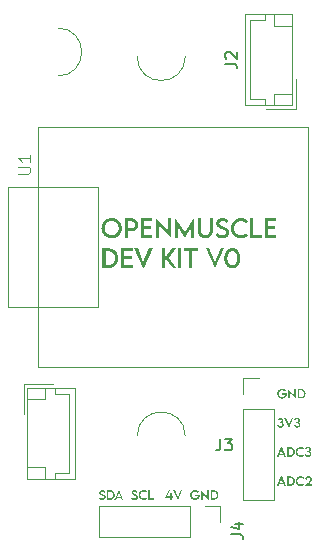
<source format=gbr>
%TF.GenerationSoftware,KiCad,Pcbnew,7.0.7*%
%TF.CreationDate,2024-04-17T16:10:54-05:00*%
%TF.ProjectId,OM-EPSC3-Micro,4f4d2d45-5053-4433-932d-4d6963726f2e,rev?*%
%TF.SameCoordinates,Original*%
%TF.FileFunction,Legend,Top*%
%TF.FilePolarity,Positive*%
%FSLAX46Y46*%
G04 Gerber Fmt 4.6, Leading zero omitted, Abs format (unit mm)*
G04 Created by KiCad (PCBNEW 7.0.7) date 2024-04-17 16:10:54*
%MOMM*%
%LPD*%
G01*
G04 APERTURE LIST*
%ADD10C,0.000000*%
%ADD11C,0.150000*%
%ADD12C,0.100000*%
%ADD13C,0.120000*%
G04 APERTURE END LIST*
D10*
G36*
X230564414Y-116576208D02*
G01*
X231307336Y-116576208D01*
X231307336Y-116836593D01*
X230302997Y-116836593D01*
X230302997Y-115170958D01*
X230564414Y-115170958D01*
X230564414Y-116576208D01*
G37*
G36*
X232507997Y-115428249D02*
G01*
X231777474Y-115428249D01*
X231777474Y-115854989D01*
X232407769Y-115854989D01*
X232407769Y-116115373D01*
X231777474Y-116115373D01*
X231777474Y-116576213D01*
X232507997Y-116576213D01*
X232507997Y-116836595D01*
X231516057Y-116836595D01*
X231516057Y-115170966D01*
X232507997Y-115170966D01*
X232507997Y-115428249D01*
G37*
G36*
X222006871Y-115428249D02*
G01*
X221276349Y-115428249D01*
X221276349Y-115854989D01*
X221906644Y-115854989D01*
X221906644Y-116115373D01*
X221276349Y-116115373D01*
X221276349Y-116576213D01*
X222006871Y-116576213D01*
X222006871Y-116836595D01*
X221014931Y-116836595D01*
X221014931Y-115170966D01*
X222006871Y-115170966D01*
X222006871Y-115428249D01*
G37*
G36*
X224754341Y-116345792D02*
G01*
X225549959Y-115134801D01*
X225569590Y-115134801D01*
X225569590Y-116836598D01*
X225308172Y-116836598D01*
X225308172Y-115912856D01*
X224755373Y-116808702D01*
X224753307Y-116808702D01*
X224199476Y-115911821D01*
X224199476Y-116836598D01*
X223938059Y-116836598D01*
X223938059Y-115134801D01*
X223957689Y-115134801D01*
X224754341Y-116345792D01*
G37*
G36*
X220251426Y-115171683D02*
G01*
X220281087Y-115173813D01*
X220310329Y-115177320D01*
X220339113Y-115182168D01*
X220367403Y-115188324D01*
X220395160Y-115195751D01*
X220422347Y-115204416D01*
X220448926Y-115214283D01*
X220474861Y-115225316D01*
X220500114Y-115237481D01*
X220524647Y-115250744D01*
X220548423Y-115265068D01*
X220571404Y-115280420D01*
X220593553Y-115296763D01*
X220614833Y-115314063D01*
X220635205Y-115332285D01*
X220654633Y-115351394D01*
X220673080Y-115371355D01*
X220690506Y-115392133D01*
X220706876Y-115413693D01*
X220722152Y-115436000D01*
X220736296Y-115459019D01*
X220749270Y-115482715D01*
X220761038Y-115507053D01*
X220771562Y-115531997D01*
X220780804Y-115557514D01*
X220788727Y-115583567D01*
X220795294Y-115610123D01*
X220800466Y-115637145D01*
X220804207Y-115664599D01*
X220806479Y-115692450D01*
X220807245Y-115720664D01*
X220806479Y-115748299D01*
X220804207Y-115775579D01*
X220800466Y-115802470D01*
X220795294Y-115828937D01*
X220788727Y-115854947D01*
X220780804Y-115880464D01*
X220771562Y-115905455D01*
X220761038Y-115929885D01*
X220749270Y-115953721D01*
X220736296Y-115976927D01*
X220722152Y-115999470D01*
X220706876Y-116021316D01*
X220690506Y-116042429D01*
X220673080Y-116062777D01*
X220654633Y-116082324D01*
X220635205Y-116101037D01*
X220614833Y-116118881D01*
X220593553Y-116135822D01*
X220571404Y-116151826D01*
X220548423Y-116166858D01*
X220524647Y-116180884D01*
X220500114Y-116193871D01*
X220474861Y-116205783D01*
X220448926Y-116216586D01*
X220422347Y-116226247D01*
X220395160Y-116234731D01*
X220367403Y-116242003D01*
X220339113Y-116248030D01*
X220310329Y-116252778D01*
X220281087Y-116256211D01*
X220251426Y-116258296D01*
X220221381Y-116258999D01*
X219925866Y-116258999D01*
X219925866Y-116836598D01*
X219664449Y-116836598D01*
X219664449Y-115430316D01*
X219925864Y-115430316D01*
X219925864Y-115999647D01*
X220221380Y-116000681D01*
X220238038Y-116000406D01*
X220254482Y-115999398D01*
X220270691Y-115997675D01*
X220286644Y-115995256D01*
X220302321Y-115992160D01*
X220317701Y-115988403D01*
X220332763Y-115984004D01*
X220347488Y-115978982D01*
X220361853Y-115973355D01*
X220375840Y-115967140D01*
X220389426Y-115960356D01*
X220402592Y-115953021D01*
X220415317Y-115945154D01*
X220427579Y-115936772D01*
X220439360Y-115927893D01*
X220450637Y-115918536D01*
X220461391Y-115908719D01*
X220471600Y-115898460D01*
X220481244Y-115887777D01*
X220490303Y-115876689D01*
X220498755Y-115865213D01*
X220506581Y-115853368D01*
X220513759Y-115841172D01*
X220520269Y-115828643D01*
X220526091Y-115815799D01*
X220531203Y-115802658D01*
X220535586Y-115789239D01*
X220539217Y-115775559D01*
X220542078Y-115761638D01*
X220544147Y-115747492D01*
X220545403Y-115733141D01*
X220545827Y-115718602D01*
X220545827Y-115718599D01*
X220545403Y-115703772D01*
X220544147Y-115689139D01*
X220542078Y-115674717D01*
X220539217Y-115660526D01*
X220535585Y-115646583D01*
X220531203Y-115632906D01*
X220526091Y-115619514D01*
X220520269Y-115606424D01*
X220513759Y-115593655D01*
X220506580Y-115581226D01*
X220498755Y-115569154D01*
X220490302Y-115557457D01*
X220481243Y-115546153D01*
X220471599Y-115535261D01*
X220461390Y-115524799D01*
X220450636Y-115514786D01*
X220439359Y-115505238D01*
X220427578Y-115496175D01*
X220415316Y-115487614D01*
X220402591Y-115479574D01*
X220389425Y-115472072D01*
X220375839Y-115465128D01*
X220361852Y-115458759D01*
X220347487Y-115452983D01*
X220332762Y-115447819D01*
X220317700Y-115443284D01*
X220302320Y-115439397D01*
X220286643Y-115436176D01*
X220270690Y-115433639D01*
X220254481Y-115431805D01*
X220238038Y-115430691D01*
X220221380Y-115430316D01*
X219925864Y-115430316D01*
X219664449Y-115430316D01*
X219664449Y-115170966D01*
X220221381Y-115170966D01*
X220251426Y-115171683D01*
G37*
G36*
X229556972Y-115143650D02*
G01*
X229596849Y-115147318D01*
X229636280Y-115153006D01*
X229675238Y-115160680D01*
X229713693Y-115170311D01*
X229751617Y-115181865D01*
X229788981Y-115195311D01*
X229825756Y-115210617D01*
X229861914Y-115227751D01*
X229897425Y-115246682D01*
X229932261Y-115267378D01*
X229966394Y-115289807D01*
X229999794Y-115313937D01*
X230032433Y-115339737D01*
X230064281Y-115367175D01*
X230095311Y-115396218D01*
X229943421Y-115601837D01*
X229921123Y-115580415D01*
X229898036Y-115559969D01*
X229874196Y-115540555D01*
X229849636Y-115522229D01*
X229824393Y-115505047D01*
X229798499Y-115489065D01*
X229771992Y-115474340D01*
X229744904Y-115460927D01*
X229717272Y-115448882D01*
X229689130Y-115438261D01*
X229660512Y-115429121D01*
X229631454Y-115421517D01*
X229601990Y-115415505D01*
X229572156Y-115411141D01*
X229541985Y-115408482D01*
X229511513Y-115407583D01*
X229483275Y-115408352D01*
X229455166Y-115410635D01*
X229427237Y-115414397D01*
X229399537Y-115419601D01*
X229372117Y-115426212D01*
X229345027Y-115434194D01*
X229318319Y-115443512D01*
X229292041Y-115454129D01*
X229266244Y-115466010D01*
X229240979Y-115479119D01*
X229216296Y-115493420D01*
X229192245Y-115508878D01*
X229168877Y-115525457D01*
X229146242Y-115543121D01*
X229124390Y-115561834D01*
X229103372Y-115581561D01*
X229083238Y-115602265D01*
X229064038Y-115623912D01*
X229045822Y-115646464D01*
X229028642Y-115669887D01*
X229012547Y-115694145D01*
X228997587Y-115719202D01*
X228983813Y-115745022D01*
X228971275Y-115771570D01*
X228960024Y-115798809D01*
X228950110Y-115826704D01*
X228941583Y-115855220D01*
X228934493Y-115884319D01*
X228928892Y-115913968D01*
X228924828Y-115944129D01*
X228922353Y-115974768D01*
X228921517Y-116005848D01*
X228922365Y-116037101D01*
X228924874Y-116067872D01*
X228928991Y-116098128D01*
X228934665Y-116127836D01*
X228941842Y-116156962D01*
X228950471Y-116185472D01*
X228960498Y-116213334D01*
X228971873Y-116240513D01*
X228984541Y-116266976D01*
X228998451Y-116292690D01*
X229013550Y-116317620D01*
X229029786Y-116341735D01*
X229047107Y-116364999D01*
X229065459Y-116387381D01*
X229084792Y-116408845D01*
X229105051Y-116429359D01*
X229126186Y-116448889D01*
X229148143Y-116467402D01*
X229170869Y-116484864D01*
X229194314Y-116501242D01*
X229218424Y-116516501D01*
X229243146Y-116530610D01*
X229268429Y-116543534D01*
X229294220Y-116555240D01*
X229320467Y-116565694D01*
X229347116Y-116574863D01*
X229374117Y-116582713D01*
X229401416Y-116589211D01*
X229428961Y-116594323D01*
X229456699Y-116598016D01*
X229484578Y-116600256D01*
X229512547Y-116601010D01*
X229544233Y-116600031D01*
X229575350Y-116597148D01*
X229605886Y-116592442D01*
X229635829Y-116585996D01*
X229665166Y-116577891D01*
X229693885Y-116568209D01*
X229721975Y-116557031D01*
X229749424Y-116544439D01*
X229776218Y-116530516D01*
X229802347Y-116515342D01*
X229827797Y-116499000D01*
X229852557Y-116481571D01*
X229876615Y-116463137D01*
X229899959Y-116443780D01*
X229922576Y-116423581D01*
X229944454Y-116402622D01*
X230095311Y-116613410D01*
X230067914Y-116639546D01*
X230039560Y-116664797D01*
X230010210Y-116689052D01*
X229979826Y-116712200D01*
X229948370Y-116734132D01*
X229915805Y-116754736D01*
X229882093Y-116773902D01*
X229847196Y-116791519D01*
X229811075Y-116807478D01*
X229773694Y-116821667D01*
X229735015Y-116833977D01*
X229694998Y-116844296D01*
X229653608Y-116852514D01*
X229610805Y-116858521D01*
X229566552Y-116862206D01*
X229520811Y-116863459D01*
X229476787Y-116862331D01*
X229433293Y-116858981D01*
X229390384Y-116853468D01*
X229348119Y-116845847D01*
X229306554Y-116836175D01*
X229265746Y-116824507D01*
X229225751Y-116810899D01*
X229186628Y-116795409D01*
X229148433Y-116778091D01*
X229111222Y-116759003D01*
X229075053Y-116738201D01*
X229039982Y-116715740D01*
X229006068Y-116691677D01*
X228973365Y-116666068D01*
X228941933Y-116638969D01*
X228911827Y-116610437D01*
X228883104Y-116580527D01*
X228855821Y-116549296D01*
X228830036Y-116516800D01*
X228805806Y-116483096D01*
X228783186Y-116448239D01*
X228762235Y-116412285D01*
X228743008Y-116375291D01*
X228725564Y-116337314D01*
X228709959Y-116298408D01*
X228696249Y-116258631D01*
X228684493Y-116218038D01*
X228674746Y-116176686D01*
X228667066Y-116134632D01*
X228661510Y-116091930D01*
X228658135Y-116048637D01*
X228656997Y-116004810D01*
X228656999Y-116004813D01*
X228658137Y-115961065D01*
X228661512Y-115917818D01*
X228667065Y-115875129D01*
X228674741Y-115833056D01*
X228684480Y-115791659D01*
X228696225Y-115750995D01*
X228709918Y-115711123D01*
X228725502Y-115672101D01*
X228742919Y-115633986D01*
X228762111Y-115596838D01*
X228783021Y-115560715D01*
X228805590Y-115525675D01*
X228829762Y-115491776D01*
X228855478Y-115459076D01*
X228882681Y-115427635D01*
X228911313Y-115397509D01*
X228941316Y-115368757D01*
X228972633Y-115341439D01*
X229005205Y-115315611D01*
X229038976Y-115291332D01*
X229073887Y-115268661D01*
X229109881Y-115247655D01*
X229146901Y-115228373D01*
X229184887Y-115210874D01*
X229223783Y-115195215D01*
X229263531Y-115181455D01*
X229304074Y-115169652D01*
X229345353Y-115159864D01*
X229387310Y-115152150D01*
X229429889Y-115146568D01*
X229473032Y-115143176D01*
X229516680Y-115142032D01*
X229556972Y-115143650D01*
G37*
G36*
X218607090Y-115143161D02*
G01*
X218650646Y-115146511D01*
X218693595Y-115152028D01*
X218735881Y-115159654D01*
X218777447Y-115169337D01*
X218818239Y-115181019D01*
X218858201Y-115194647D01*
X218897277Y-115210164D01*
X218935411Y-115227515D01*
X218972549Y-115246646D01*
X219008633Y-115267501D01*
X219043610Y-115290024D01*
X219077422Y-115314161D01*
X219110015Y-115339857D01*
X219141333Y-115367055D01*
X219171319Y-115395701D01*
X219199920Y-115425739D01*
X219227078Y-115457115D01*
X219252739Y-115489773D01*
X219276846Y-115523657D01*
X219299344Y-115558713D01*
X219320178Y-115594885D01*
X219339292Y-115632118D01*
X219356630Y-115670357D01*
X219372136Y-115709547D01*
X219385755Y-115749632D01*
X219397432Y-115790557D01*
X219407110Y-115832266D01*
X219414735Y-115874705D01*
X219420250Y-115917819D01*
X219423599Y-115961551D01*
X219424728Y-116005848D01*
X219423599Y-116049762D01*
X219420249Y-116093126D01*
X219414734Y-116135882D01*
X219407108Y-116177976D01*
X219397428Y-116219352D01*
X219385748Y-116259956D01*
X219372125Y-116299732D01*
X219356613Y-116338625D01*
X219339269Y-116376579D01*
X219320147Y-116413540D01*
X219299302Y-116449452D01*
X219276791Y-116484259D01*
X219252669Y-116517908D01*
X219226991Y-116550341D01*
X219199813Y-116581505D01*
X219171190Y-116611344D01*
X219141178Y-116639802D01*
X219109831Y-116666824D01*
X219077206Y-116692356D01*
X219043357Y-116716342D01*
X219008341Y-116738726D01*
X218972213Y-116759454D01*
X218935028Y-116778469D01*
X218896841Y-116795718D01*
X218857708Y-116811144D01*
X218817685Y-116824693D01*
X218776827Y-116836309D01*
X218735189Y-116845937D01*
X218692826Y-116853521D01*
X218649795Y-116859007D01*
X218606151Y-116862339D01*
X218561948Y-116863462D01*
X218517846Y-116862339D01*
X218474306Y-116859007D01*
X218431385Y-116853521D01*
X218389137Y-116845937D01*
X218347618Y-116836309D01*
X218306881Y-116824693D01*
X218266982Y-116811144D01*
X218227975Y-116795718D01*
X218189916Y-116778469D01*
X218152860Y-116759454D01*
X218116861Y-116738726D01*
X218081973Y-116716342D01*
X218048253Y-116692356D01*
X218015755Y-116666824D01*
X217984533Y-116639802D01*
X217954643Y-116611344D01*
X217926139Y-116581505D01*
X217899077Y-116550341D01*
X217873511Y-116517908D01*
X217849496Y-116484259D01*
X217827086Y-116449452D01*
X217806338Y-116413540D01*
X217787305Y-116376579D01*
X217770043Y-116338625D01*
X217754606Y-116299732D01*
X217741049Y-116259956D01*
X217729428Y-116219352D01*
X217719796Y-116177976D01*
X217712209Y-116135882D01*
X217706722Y-116093126D01*
X217703390Y-116049762D01*
X217702267Y-116005848D01*
X217702319Y-116003781D01*
X217965751Y-116003781D01*
X217966529Y-116034306D01*
X217968837Y-116064443D01*
X217972637Y-116094152D01*
X217977892Y-116123396D01*
X217984563Y-116152137D01*
X217992614Y-116180336D01*
X218002005Y-116207956D01*
X218012700Y-116234959D01*
X218024660Y-116261306D01*
X218037848Y-116286960D01*
X218052225Y-116311882D01*
X218067754Y-116336035D01*
X218084397Y-116359381D01*
X218102116Y-116381881D01*
X218120874Y-116403497D01*
X218140632Y-116424192D01*
X218161353Y-116443927D01*
X218182998Y-116462665D01*
X218205531Y-116480367D01*
X218228912Y-116496995D01*
X218253105Y-116512512D01*
X218278071Y-116526878D01*
X218303773Y-116540057D01*
X218330173Y-116552010D01*
X218357232Y-116562700D01*
X218384914Y-116572087D01*
X218413180Y-116580135D01*
X218441992Y-116586804D01*
X218471313Y-116592058D01*
X218501104Y-116595858D01*
X218531329Y-116598166D01*
X218561948Y-116598943D01*
X218592574Y-116598166D01*
X218622815Y-116595858D01*
X218652635Y-116592058D01*
X218681993Y-116586804D01*
X218710852Y-116580135D01*
X218739173Y-116572087D01*
X218766917Y-116562700D01*
X218794046Y-116552010D01*
X218820522Y-116540057D01*
X218846304Y-116526878D01*
X218871356Y-116512512D01*
X218895638Y-116496995D01*
X218919112Y-116480367D01*
X218941738Y-116462665D01*
X218963480Y-116443927D01*
X218984297Y-116424192D01*
X219004152Y-116403497D01*
X219023006Y-116381881D01*
X219040819Y-116359381D01*
X219057554Y-116336035D01*
X219073173Y-116311882D01*
X219087635Y-116286960D01*
X219100904Y-116261306D01*
X219112939Y-116234959D01*
X219123704Y-116207956D01*
X219133158Y-116180336D01*
X219141263Y-116152137D01*
X219147982Y-116123396D01*
X219153274Y-116094152D01*
X219157103Y-116064443D01*
X219159428Y-116034306D01*
X219160212Y-116003781D01*
X219159428Y-115973064D01*
X219157103Y-115942743D01*
X219153274Y-115912855D01*
X219147982Y-115883439D01*
X219141263Y-115854531D01*
X219133158Y-115826171D01*
X219123704Y-115798397D01*
X219112939Y-115771246D01*
X219100904Y-115744756D01*
X219087635Y-115718966D01*
X219073173Y-115693913D01*
X219057554Y-115669636D01*
X219040819Y-115646172D01*
X219023005Y-115623560D01*
X219004152Y-115601838D01*
X218984297Y-115581043D01*
X218963480Y-115561214D01*
X218941738Y-115542388D01*
X218919111Y-115524605D01*
X218895638Y-115507901D01*
X218871356Y-115492315D01*
X218846304Y-115477884D01*
X218820521Y-115464648D01*
X218794046Y-115452643D01*
X218766917Y-115441908D01*
X218739173Y-115432481D01*
X218710852Y-115424400D01*
X218681993Y-115417703D01*
X218652635Y-115412429D01*
X218622815Y-115408614D01*
X218592574Y-115406297D01*
X218561948Y-115405516D01*
X218531329Y-115406297D01*
X218501105Y-115408614D01*
X218471313Y-115412429D01*
X218441992Y-115417703D01*
X218413180Y-115424400D01*
X218384914Y-115432481D01*
X218357233Y-115441908D01*
X218330173Y-115452643D01*
X218303773Y-115464648D01*
X218278072Y-115477884D01*
X218253105Y-115492315D01*
X218228912Y-115507901D01*
X218205531Y-115524605D01*
X218182998Y-115542388D01*
X218161353Y-115561214D01*
X218140632Y-115581043D01*
X218120874Y-115601838D01*
X218102117Y-115623560D01*
X218084397Y-115646172D01*
X218067754Y-115669636D01*
X218052225Y-115693913D01*
X218037848Y-115718966D01*
X218024660Y-115744756D01*
X218012700Y-115771246D01*
X218002006Y-115798397D01*
X217992614Y-115826171D01*
X217984563Y-115854531D01*
X217977892Y-115883439D01*
X217972637Y-115912855D01*
X217968837Y-115942743D01*
X217966529Y-115973064D01*
X217965751Y-116003781D01*
X217702319Y-116003781D01*
X217703390Y-115961551D01*
X217706723Y-115917819D01*
X217712210Y-115874705D01*
X217719798Y-115832266D01*
X217729432Y-115790557D01*
X217741056Y-115749632D01*
X217754617Y-115709547D01*
X217770059Y-115670357D01*
X217787328Y-115632118D01*
X217806370Y-115594885D01*
X217827128Y-115558713D01*
X217849550Y-115523657D01*
X217873580Y-115489773D01*
X217899163Y-115457115D01*
X217926246Y-115425739D01*
X217954772Y-115395701D01*
X217984688Y-115367055D01*
X218015939Y-115339857D01*
X218048469Y-115314161D01*
X218082226Y-115290024D01*
X218117152Y-115267501D01*
X218153196Y-115246646D01*
X218190300Y-115227515D01*
X218228411Y-115210164D01*
X218267474Y-115194647D01*
X218307435Y-115181019D01*
X218348238Y-115169337D01*
X218389829Y-115159654D01*
X218432154Y-115152028D01*
X218475157Y-115146511D01*
X218518785Y-115143161D01*
X218562981Y-115142032D01*
X218607090Y-115143161D01*
G37*
G36*
X228004422Y-115142333D02*
G01*
X228046790Y-115146285D01*
X228087608Y-115152790D01*
X228126804Y-115161779D01*
X228164304Y-115173183D01*
X228200037Y-115186934D01*
X228233928Y-115202966D01*
X228265907Y-115221208D01*
X228295900Y-115241594D01*
X228323835Y-115264055D01*
X228349638Y-115288522D01*
X228373238Y-115314929D01*
X228394561Y-115343206D01*
X228413535Y-115373286D01*
X228430087Y-115405100D01*
X228444146Y-115438581D01*
X228249891Y-115572906D01*
X228244865Y-115562493D01*
X228239480Y-115552373D01*
X228233746Y-115542549D01*
X228227674Y-115533022D01*
X228221275Y-115523796D01*
X228214558Y-115514873D01*
X228207534Y-115506255D01*
X228200214Y-115497945D01*
X228192608Y-115489946D01*
X228184726Y-115482259D01*
X228176579Y-115474887D01*
X228168177Y-115467833D01*
X228159530Y-115461099D01*
X228150650Y-115454688D01*
X228141545Y-115448602D01*
X228132228Y-115442843D01*
X228122708Y-115437414D01*
X228112995Y-115432318D01*
X228103101Y-115427557D01*
X228093034Y-115423132D01*
X228082807Y-115419048D01*
X228072429Y-115415306D01*
X228061910Y-115411909D01*
X228051261Y-115408858D01*
X228040493Y-115406158D01*
X228029616Y-115403809D01*
X228018640Y-115401816D01*
X228007576Y-115400179D01*
X227996433Y-115398901D01*
X227985223Y-115397986D01*
X227973956Y-115397435D01*
X227962643Y-115397250D01*
X227948400Y-115397527D01*
X227934355Y-115398347D01*
X227906927Y-115401565D01*
X227880492Y-115406800D01*
X227855183Y-115413944D01*
X227831133Y-115422893D01*
X227808476Y-115433540D01*
X227787344Y-115445780D01*
X227767872Y-115459506D01*
X227758799Y-115466893D01*
X227750191Y-115474612D01*
X227742064Y-115482650D01*
X227734435Y-115490993D01*
X227727321Y-115499628D01*
X227720738Y-115508542D01*
X227714703Y-115517722D01*
X227709233Y-115527154D01*
X227704344Y-115536825D01*
X227700053Y-115546722D01*
X227696376Y-115556832D01*
X227693330Y-115567142D01*
X227690932Y-115577637D01*
X227689199Y-115588305D01*
X227688147Y-115599134D01*
X227687792Y-115610108D01*
X227688240Y-115622072D01*
X227689571Y-115633569D01*
X227691765Y-115644620D01*
X227694803Y-115655249D01*
X227698666Y-115665478D01*
X227703335Y-115675331D01*
X227708790Y-115684829D01*
X227715012Y-115693996D01*
X227721982Y-115702854D01*
X227729680Y-115711427D01*
X227738088Y-115719735D01*
X227747185Y-115727803D01*
X227756952Y-115735654D01*
X227767371Y-115743309D01*
X227778422Y-115750791D01*
X227790085Y-115758123D01*
X227802342Y-115765329D01*
X227815173Y-115772430D01*
X227842479Y-115786409D01*
X227871850Y-115800243D01*
X227903131Y-115814114D01*
X228044268Y-115873592D01*
X228092946Y-115895454D01*
X228140029Y-115917763D01*
X228185306Y-115940703D01*
X228228562Y-115964453D01*
X228269584Y-115989197D01*
X228308158Y-116015116D01*
X228344071Y-116042391D01*
X228377111Y-116071203D01*
X228407062Y-116101735D01*
X228420813Y-116117703D01*
X228433713Y-116134168D01*
X228445733Y-116151155D01*
X228456849Y-116168684D01*
X228467032Y-116186780D01*
X228476256Y-116205464D01*
X228484496Y-116224760D01*
X228491723Y-116244690D01*
X228497912Y-116265277D01*
X228503035Y-116286544D01*
X228507066Y-116308513D01*
X228509978Y-116331206D01*
X228511745Y-116354648D01*
X228512340Y-116378860D01*
X228511595Y-116406253D01*
X228509380Y-116433013D01*
X228505728Y-116459125D01*
X228500670Y-116484573D01*
X228494238Y-116509341D01*
X228486465Y-116533413D01*
X228477382Y-116556776D01*
X228467022Y-116579412D01*
X228455416Y-116601306D01*
X228442596Y-116622443D01*
X228428595Y-116642808D01*
X228413444Y-116662384D01*
X228397175Y-116681157D01*
X228379820Y-116699110D01*
X228361411Y-116716229D01*
X228341981Y-116732497D01*
X228321560Y-116747900D01*
X228300182Y-116762421D01*
X228277878Y-116776045D01*
X228254679Y-116788758D01*
X228230619Y-116800542D01*
X228205729Y-116811383D01*
X228180041Y-116821265D01*
X228153586Y-116830173D01*
X228126398Y-116838091D01*
X228098507Y-116845004D01*
X228069947Y-116850895D01*
X228040748Y-116855750D01*
X228010943Y-116859554D01*
X227980563Y-116862290D01*
X227949642Y-116863942D01*
X227918210Y-116864497D01*
X227867655Y-116863011D01*
X227818719Y-116858616D01*
X227771469Y-116851406D01*
X227725973Y-116841474D01*
X227682299Y-116828915D01*
X227640516Y-116813823D01*
X227600692Y-116796290D01*
X227562894Y-116776411D01*
X227527191Y-116754280D01*
X227493651Y-116729991D01*
X227462341Y-116703637D01*
X227433331Y-116675312D01*
X227406688Y-116645111D01*
X227382480Y-116613126D01*
X227360776Y-116579452D01*
X227341643Y-116544183D01*
X227341644Y-116544182D01*
X227341645Y-116544181D01*
X227341645Y-116544180D01*
X227341646Y-116544180D01*
X227341646Y-116544179D01*
X227341647Y-116544178D01*
X227548302Y-116396418D01*
X227555463Y-116408460D01*
X227562992Y-116420171D01*
X227570880Y-116431548D01*
X227579121Y-116442588D01*
X227587706Y-116453288D01*
X227596627Y-116463643D01*
X227605878Y-116473652D01*
X227615449Y-116483309D01*
X227625334Y-116492613D01*
X227635524Y-116501558D01*
X227646012Y-116510143D01*
X227656790Y-116518364D01*
X227667850Y-116526216D01*
X227679185Y-116533698D01*
X227690787Y-116540805D01*
X227702647Y-116547533D01*
X227714759Y-116553881D01*
X227727115Y-116559843D01*
X227739706Y-116565418D01*
X227752525Y-116570600D01*
X227765564Y-116575388D01*
X227778816Y-116579777D01*
X227792272Y-116583765D01*
X227805926Y-116587347D01*
X227819769Y-116590520D01*
X227833793Y-116593281D01*
X227847990Y-116595627D01*
X227862354Y-116597554D01*
X227876876Y-116599059D01*
X227891548Y-116600138D01*
X227906363Y-116600788D01*
X227921313Y-116601005D01*
X227955823Y-116599965D01*
X227989127Y-116596894D01*
X228021084Y-116591872D01*
X228051553Y-116584973D01*
X228080394Y-116576277D01*
X228107465Y-116565860D01*
X228132626Y-116553799D01*
X228155736Y-116540172D01*
X228176655Y-116525055D01*
X228195241Y-116508526D01*
X228203615Y-116499756D01*
X228211354Y-116490662D01*
X228218439Y-116481254D01*
X228224853Y-116471541D01*
X228230578Y-116461532D01*
X228235597Y-116451238D01*
X228239892Y-116440669D01*
X228243446Y-116429833D01*
X228246240Y-116418741D01*
X228248258Y-116407402D01*
X228249482Y-116395825D01*
X228249894Y-116384021D01*
X228249259Y-116369764D01*
X228247386Y-116355856D01*
X228244319Y-116342285D01*
X228240102Y-116329043D01*
X228234780Y-116316121D01*
X228228398Y-116303509D01*
X228221000Y-116291196D01*
X228212632Y-116279175D01*
X228203337Y-116267436D01*
X228193160Y-116255969D01*
X228182146Y-116244764D01*
X228170340Y-116233812D01*
X228157786Y-116223104D01*
X228144530Y-116212630D01*
X228130614Y-116202381D01*
X228116085Y-116192348D01*
X228085365Y-116172889D01*
X228052725Y-116154177D01*
X228018523Y-116136138D01*
X227983116Y-116118695D01*
X227946862Y-116101773D01*
X227910117Y-116085296D01*
X227836584Y-116053375D01*
X227762800Y-116019864D01*
X227726020Y-116002067D01*
X227689779Y-115983290D01*
X227654429Y-115963321D01*
X227620318Y-115941945D01*
X227587796Y-115918950D01*
X227557214Y-115894122D01*
X227528919Y-115867248D01*
X227515740Y-115852977D01*
X227503263Y-115838114D01*
X227491534Y-115822633D01*
X227480595Y-115806507D01*
X227470491Y-115789709D01*
X227461264Y-115772213D01*
X227452960Y-115753992D01*
X227445621Y-115735019D01*
X227439291Y-115715268D01*
X227434014Y-115694712D01*
X227429833Y-115673325D01*
X227426793Y-115651079D01*
X227424937Y-115627947D01*
X227424309Y-115603905D01*
X227424996Y-115578577D01*
X227427039Y-115553753D01*
X227430404Y-115529453D01*
X227435061Y-115505696D01*
X227440977Y-115482502D01*
X227448120Y-115459891D01*
X227456459Y-115437882D01*
X227465962Y-115416496D01*
X227476597Y-115395751D01*
X227488333Y-115375668D01*
X227501137Y-115356265D01*
X227514978Y-115337564D01*
X227529824Y-115319583D01*
X227545643Y-115302342D01*
X227562404Y-115285861D01*
X227580074Y-115270159D01*
X227598622Y-115255257D01*
X227618016Y-115241173D01*
X227638225Y-115227928D01*
X227659216Y-115215541D01*
X227680958Y-115204032D01*
X227703419Y-115193420D01*
X227726567Y-115183726D01*
X227750370Y-115174969D01*
X227774797Y-115167168D01*
X227799816Y-115160344D01*
X227825395Y-115154515D01*
X227851502Y-115149702D01*
X227878105Y-115145924D01*
X227905174Y-115143202D01*
X227932675Y-115141554D01*
X227960577Y-115141000D01*
X228004422Y-115142333D01*
G37*
G36*
X223355289Y-116252795D02*
G01*
X223355289Y-115166829D01*
X223617741Y-115166829D01*
X223617742Y-115166832D01*
X223617742Y-116865529D01*
X223605341Y-116865529D01*
X222540038Y-115752696D01*
X222540038Y-116838662D01*
X222278621Y-116838662D01*
X222278621Y-115142032D01*
X222292055Y-115142032D01*
X223355289Y-116252795D01*
G37*
G36*
X226136852Y-116204236D02*
G01*
X226137324Y-116225653D01*
X226138724Y-116246687D01*
X226141030Y-116267319D01*
X226144220Y-116287529D01*
X226148273Y-116307298D01*
X226153165Y-116326606D01*
X226158875Y-116345435D01*
X226165380Y-116363763D01*
X226172659Y-116381572D01*
X226180689Y-116398843D01*
X226189448Y-116415555D01*
X226198915Y-116431690D01*
X226209066Y-116447228D01*
X226219880Y-116462149D01*
X226231335Y-116476434D01*
X226243408Y-116490064D01*
X226256077Y-116503018D01*
X226269321Y-116515278D01*
X226283117Y-116526824D01*
X226297443Y-116537636D01*
X226312276Y-116547696D01*
X226327595Y-116556983D01*
X226343378Y-116565478D01*
X226359602Y-116573161D01*
X226376246Y-116580014D01*
X226393286Y-116586016D01*
X226410702Y-116591148D01*
X226428470Y-116595390D01*
X226446569Y-116598724D01*
X226464977Y-116601130D01*
X226483671Y-116602587D01*
X226502630Y-116603077D01*
X226521594Y-116602587D01*
X226540306Y-116601130D01*
X226558741Y-116598724D01*
X226576878Y-116595390D01*
X226594693Y-116591148D01*
X226612164Y-116586016D01*
X226629267Y-116580014D01*
X226645980Y-116573161D01*
X226662280Y-116565478D01*
X226678143Y-116556983D01*
X226693548Y-116547696D01*
X226708471Y-116537636D01*
X226722889Y-116526824D01*
X226736779Y-116515278D01*
X226750119Y-116503018D01*
X226762885Y-116490064D01*
X226775055Y-116476434D01*
X226786606Y-116462149D01*
X226797514Y-116447228D01*
X226807758Y-116431690D01*
X226817313Y-116415555D01*
X226826158Y-116398843D01*
X226834269Y-116381572D01*
X226841623Y-116363763D01*
X226848198Y-116345435D01*
X226853971Y-116326606D01*
X226858918Y-116307298D01*
X226863017Y-116287529D01*
X226866245Y-116267319D01*
X226868579Y-116246687D01*
X226869997Y-116225653D01*
X226870474Y-116204236D01*
X226870474Y-115170966D01*
X227133958Y-115170966D01*
X227133958Y-116205268D01*
X227133156Y-116240805D01*
X227130773Y-116275709D01*
X227126846Y-116309949D01*
X227121411Y-116343492D01*
X227114505Y-116376305D01*
X227106162Y-116408356D01*
X227096419Y-116439613D01*
X227085313Y-116470043D01*
X227072880Y-116499612D01*
X227059155Y-116528290D01*
X227044176Y-116556043D01*
X227027977Y-116582838D01*
X227010595Y-116608644D01*
X226992067Y-116633427D01*
X226972428Y-116657155D01*
X226951714Y-116679796D01*
X226929963Y-116701317D01*
X226907209Y-116721685D01*
X226883489Y-116740868D01*
X226858839Y-116758833D01*
X226833295Y-116775549D01*
X226806894Y-116790981D01*
X226779671Y-116805098D01*
X226751663Y-116817867D01*
X226722906Y-116829256D01*
X226693436Y-116839232D01*
X226663289Y-116847762D01*
X226632501Y-116854815D01*
X226601108Y-116860357D01*
X226569147Y-116864355D01*
X226536653Y-116866779D01*
X226503663Y-116867594D01*
X226470676Y-116866779D01*
X226438191Y-116864355D01*
X226406244Y-116860357D01*
X226374870Y-116854815D01*
X226344105Y-116847762D01*
X226313985Y-116839232D01*
X226284546Y-116829256D01*
X226255824Y-116817867D01*
X226227854Y-116805098D01*
X226200671Y-116790981D01*
X226174313Y-116775549D01*
X226148814Y-116758833D01*
X226124210Y-116740868D01*
X226100538Y-116721685D01*
X226077832Y-116701317D01*
X226056128Y-116679796D01*
X226035463Y-116657155D01*
X226015872Y-116633427D01*
X225997391Y-116608644D01*
X225980056Y-116582838D01*
X225963902Y-116556043D01*
X225948965Y-116528290D01*
X225935280Y-116499612D01*
X225922885Y-116470043D01*
X225911814Y-116439613D01*
X225902103Y-116408356D01*
X225893788Y-116376305D01*
X225886904Y-116343492D01*
X225881488Y-116309949D01*
X225877575Y-116275709D01*
X225875201Y-116240805D01*
X225874402Y-116205268D01*
X225874402Y-115170966D01*
X226136852Y-115170966D01*
X226136852Y-116204236D01*
G37*
G36*
X225836173Y-117969750D02*
G01*
X225389798Y-117969750D01*
X225389798Y-119376027D01*
X225127348Y-119376027D01*
X225127348Y-117969750D01*
X224680977Y-117969750D01*
X224680977Y-117710398D01*
X225836173Y-117710398D01*
X225836173Y-117969750D01*
G37*
G36*
X224472256Y-119376030D02*
G01*
X224210839Y-119376030D01*
X224210839Y-117710395D01*
X224472256Y-117710395D01*
X224472256Y-119376030D01*
G37*
G36*
X223099041Y-118508083D02*
G01*
X223671474Y-117710398D01*
X223975255Y-117710398D01*
X223384226Y-118527716D01*
X224034151Y-119376030D01*
X223714870Y-119376030D01*
X223099041Y-118570079D01*
X223099041Y-119376030D01*
X222838657Y-119376030D01*
X222838657Y-117710398D01*
X223099041Y-117710398D01*
X223099041Y-118508083D01*
G37*
G36*
X220346408Y-117967683D02*
G01*
X219615886Y-117967683D01*
X219615886Y-118394423D01*
X220246181Y-118394423D01*
X220246181Y-118654808D01*
X219615886Y-118654808D01*
X219615886Y-119115645D01*
X220346408Y-119115645D01*
X220346408Y-119376030D01*
X219354469Y-119376030D01*
X219354469Y-117710398D01*
X220346408Y-117710398D01*
X220346408Y-117967683D01*
G37*
G36*
X218305111Y-117711239D02*
G01*
X218352927Y-117713939D01*
X218399527Y-117718477D01*
X218444888Y-117724828D01*
X218488984Y-117732969D01*
X218531793Y-117742878D01*
X218573290Y-117754532D01*
X218613452Y-117767906D01*
X218652255Y-117782979D01*
X218689674Y-117799727D01*
X218725687Y-117818128D01*
X218760269Y-117838157D01*
X218793397Y-117859792D01*
X218825046Y-117883010D01*
X218855193Y-117907787D01*
X218883814Y-117934102D01*
X218910885Y-117961929D01*
X218936382Y-117991248D01*
X218960282Y-118022033D01*
X218982560Y-118054264D01*
X219003193Y-118087915D01*
X219022157Y-118122964D01*
X219039427Y-118159389D01*
X219054982Y-118197165D01*
X219068795Y-118236271D01*
X219080844Y-118276682D01*
X219091105Y-118318376D01*
X219099553Y-118361330D01*
X219106166Y-118405520D01*
X219110919Y-118450924D01*
X219113788Y-118497518D01*
X219114750Y-118545280D01*
X219113788Y-118592663D01*
X219110919Y-118638897D01*
X219106166Y-118683959D01*
X219099553Y-118727824D01*
X219091105Y-118770470D01*
X219080844Y-118811874D01*
X219068795Y-118852012D01*
X219054982Y-118890861D01*
X219039427Y-118928398D01*
X219022157Y-118964599D01*
X219003193Y-118999442D01*
X218982560Y-119032902D01*
X218960282Y-119064957D01*
X218936382Y-119095583D01*
X218910885Y-119124757D01*
X218883814Y-119152457D01*
X218855193Y-119178657D01*
X218825046Y-119203336D01*
X218793397Y-119226470D01*
X218760269Y-119248036D01*
X218725687Y-119268010D01*
X218689674Y-119286370D01*
X218652255Y-119303091D01*
X218613452Y-119318151D01*
X218573290Y-119331526D01*
X218531793Y-119343194D01*
X218488984Y-119353130D01*
X218444888Y-119361312D01*
X218399527Y-119367716D01*
X218352927Y-119372319D01*
X218305111Y-119375099D01*
X218256102Y-119376030D01*
X217781830Y-119376030D01*
X217781830Y-117969750D01*
X218042214Y-117969750D01*
X218042214Y-119115645D01*
X218258166Y-119115645D01*
X218291864Y-119115003D01*
X218324753Y-119113088D01*
X218356814Y-119109916D01*
X218388031Y-119105502D01*
X218418387Y-119099865D01*
X218447864Y-119093019D01*
X218476446Y-119084981D01*
X218504116Y-119075768D01*
X218530857Y-119065395D01*
X218556651Y-119053879D01*
X218581482Y-119041236D01*
X218605332Y-119027483D01*
X218628185Y-119012635D01*
X218650024Y-118996709D01*
X218670831Y-118979721D01*
X218690589Y-118961688D01*
X218709282Y-118942626D01*
X218726892Y-118922551D01*
X218743403Y-118901479D01*
X218758797Y-118879426D01*
X218773057Y-118856410D01*
X218786167Y-118832445D01*
X218798109Y-118807549D01*
X218808866Y-118781738D01*
X218818422Y-118755028D01*
X218826758Y-118727434D01*
X218833859Y-118698975D01*
X218839707Y-118669665D01*
X218844285Y-118639521D01*
X218847576Y-118608559D01*
X218849563Y-118576796D01*
X218850229Y-118544247D01*
X218850232Y-118544247D01*
X218849563Y-118511508D01*
X218847567Y-118479561D01*
X218844261Y-118448420D01*
X218839662Y-118418104D01*
X218833786Y-118388627D01*
X218826652Y-118360007D01*
X218818276Y-118332259D01*
X218808676Y-118305401D01*
X218797867Y-118279447D01*
X218785867Y-118254415D01*
X218772694Y-118230320D01*
X218758364Y-118207179D01*
X218742894Y-118185009D01*
X218726302Y-118163825D01*
X218708604Y-118143644D01*
X218689817Y-118124482D01*
X218669959Y-118106355D01*
X218649046Y-118089279D01*
X218627096Y-118073272D01*
X218604125Y-118058349D01*
X218580150Y-118044526D01*
X218555189Y-118031819D01*
X218529259Y-118020246D01*
X218502376Y-118009821D01*
X218474557Y-118000563D01*
X218445821Y-117992486D01*
X218416183Y-117985606D01*
X218385661Y-117979942D01*
X218354271Y-117975507D01*
X218322031Y-117972320D01*
X218288958Y-117970395D01*
X218255069Y-117969750D01*
X218042214Y-117969750D01*
X217781830Y-117969750D01*
X217781830Y-117710398D01*
X218256102Y-117710398D01*
X218305111Y-117711239D01*
G37*
G36*
X228819611Y-117686636D02*
G01*
X228856408Y-117689715D01*
X228892389Y-117694801D01*
X228927529Y-117701855D01*
X228961799Y-117710838D01*
X228995174Y-117721713D01*
X229027627Y-117734442D01*
X229059133Y-117748985D01*
X229089663Y-117765306D01*
X229119192Y-117783365D01*
X229147694Y-117803125D01*
X229175141Y-117824547D01*
X229201508Y-117847593D01*
X229226767Y-117872225D01*
X229250893Y-117898405D01*
X229273859Y-117926094D01*
X229295638Y-117955254D01*
X229316204Y-117985847D01*
X229335530Y-118017836D01*
X229353590Y-118051180D01*
X229370358Y-118085843D01*
X229385806Y-118121786D01*
X229399909Y-118158971D01*
X229412640Y-118197360D01*
X229423972Y-118236914D01*
X229433880Y-118277595D01*
X229442335Y-118319365D01*
X229449313Y-118362187D01*
X229454786Y-118406020D01*
X229458729Y-118450829D01*
X229461113Y-118496573D01*
X229461914Y-118543215D01*
X229458729Y-118635420D01*
X229449313Y-118723902D01*
X229433880Y-118808356D01*
X229412640Y-118888473D01*
X229385806Y-118963946D01*
X229370358Y-118999845D01*
X229353590Y-119034468D01*
X229335530Y-119067777D01*
X229316204Y-119099732D01*
X229295638Y-119130297D01*
X229273859Y-119159431D01*
X229250893Y-119187097D01*
X229226767Y-119213257D01*
X229201508Y-119237872D01*
X229175141Y-119260903D01*
X229147694Y-119282313D01*
X229119192Y-119302062D01*
X229089663Y-119320113D01*
X229059133Y-119336426D01*
X229027627Y-119350965D01*
X228995174Y-119363689D01*
X228961799Y-119374561D01*
X228927529Y-119383543D01*
X228892389Y-119390595D01*
X228856408Y-119395681D01*
X228819611Y-119398760D01*
X228782024Y-119399795D01*
X228744437Y-119398760D01*
X228707640Y-119395681D01*
X228671659Y-119390595D01*
X228636519Y-119383543D01*
X228602249Y-119374561D01*
X228568874Y-119363689D01*
X228536420Y-119350965D01*
X228504915Y-119336426D01*
X228474384Y-119320113D01*
X228444855Y-119302062D01*
X228416354Y-119282313D01*
X228388906Y-119260903D01*
X228362540Y-119237872D01*
X228337280Y-119213257D01*
X228313154Y-119187097D01*
X228290188Y-119159431D01*
X228268409Y-119130297D01*
X228247844Y-119099732D01*
X228228517Y-119067777D01*
X228210457Y-119034468D01*
X228193689Y-118999845D01*
X228178241Y-118963946D01*
X228164138Y-118926809D01*
X228151407Y-118888473D01*
X228140075Y-118848975D01*
X228130167Y-118808356D01*
X228121712Y-118766652D01*
X228114734Y-118723902D01*
X228109261Y-118680145D01*
X228105318Y-118635420D01*
X228102934Y-118589763D01*
X228102133Y-118543215D01*
X228362521Y-118543215D01*
X228364451Y-118607089D01*
X228370162Y-118668378D01*
X228379535Y-118726870D01*
X228392454Y-118782353D01*
X228408799Y-118834615D01*
X228428453Y-118883444D01*
X228451297Y-118928628D01*
X228477214Y-118969956D01*
X228491288Y-118989107D01*
X228506086Y-119007215D01*
X228521592Y-119024252D01*
X228537794Y-119040193D01*
X228554674Y-119055011D01*
X228572220Y-119068680D01*
X228590415Y-119081172D01*
X228609246Y-119092462D01*
X228628698Y-119102523D01*
X228648755Y-119111328D01*
X228669404Y-119118851D01*
X228690628Y-119125066D01*
X228712414Y-119129946D01*
X228734747Y-119133464D01*
X228757612Y-119135595D01*
X228780994Y-119136311D01*
X228804286Y-119135595D01*
X228827071Y-119133464D01*
X228849336Y-119129946D01*
X228871064Y-119125066D01*
X228892240Y-119118851D01*
X228912850Y-119111327D01*
X228932877Y-119102522D01*
X228952306Y-119092461D01*
X228971123Y-119081171D01*
X228989311Y-119068679D01*
X229006856Y-119055010D01*
X229023741Y-119040192D01*
X229039952Y-119024251D01*
X229055474Y-119007213D01*
X229070291Y-118989105D01*
X229084387Y-118969954D01*
X229097748Y-118949785D01*
X229110358Y-118928626D01*
X229122201Y-118906503D01*
X229133264Y-118883442D01*
X229143529Y-118859469D01*
X229152982Y-118834613D01*
X229161607Y-118808898D01*
X229169390Y-118782351D01*
X229176314Y-118754999D01*
X229182365Y-118726868D01*
X229187527Y-118697986D01*
X229191785Y-118668377D01*
X229195123Y-118638069D01*
X229197526Y-118607089D01*
X229198980Y-118575462D01*
X229199468Y-118543215D01*
X229197526Y-118479148D01*
X229191785Y-118417667D01*
X229182365Y-118358987D01*
X229169390Y-118303320D01*
X229152982Y-118250879D01*
X229133264Y-118201879D01*
X229110358Y-118156533D01*
X229084387Y-118115054D01*
X229070291Y-118095831D01*
X229055474Y-118077655D01*
X229039952Y-118060553D01*
X229023741Y-118044551D01*
X229006856Y-118029675D01*
X228989311Y-118015954D01*
X228971123Y-118003412D01*
X228952306Y-117992078D01*
X228932877Y-117981976D01*
X228912850Y-117973136D01*
X228892240Y-117965582D01*
X228871064Y-117959341D01*
X228849336Y-117954441D01*
X228827071Y-117950908D01*
X228804286Y-117948769D01*
X228780994Y-117948050D01*
X228757612Y-117948769D01*
X228734747Y-117950908D01*
X228712414Y-117954441D01*
X228690628Y-117959341D01*
X228669404Y-117965582D01*
X228648755Y-117973136D01*
X228628698Y-117981976D01*
X228609246Y-117992078D01*
X228590415Y-118003412D01*
X228572220Y-118015954D01*
X228554674Y-118029675D01*
X228537794Y-118044551D01*
X228521592Y-118060553D01*
X228506086Y-118077655D01*
X228491288Y-118095831D01*
X228477214Y-118115054D01*
X228463879Y-118135297D01*
X228451297Y-118156533D01*
X228439484Y-118178736D01*
X228428453Y-118201879D01*
X228418220Y-118225936D01*
X228408799Y-118250879D01*
X228400205Y-118276683D01*
X228392454Y-118303320D01*
X228385559Y-118330763D01*
X228379535Y-118358987D01*
X228374398Y-118387964D01*
X228370162Y-118417667D01*
X228366841Y-118448071D01*
X228364451Y-118479148D01*
X228363006Y-118510872D01*
X228362521Y-118543215D01*
X228102133Y-118543215D01*
X228105318Y-118450829D01*
X228114734Y-118362187D01*
X228130167Y-118277595D01*
X228151407Y-118197360D01*
X228178241Y-118121786D01*
X228193689Y-118085843D01*
X228210457Y-118051180D01*
X228228517Y-118017836D01*
X228247844Y-117985847D01*
X228268409Y-117955254D01*
X228290188Y-117926094D01*
X228313154Y-117898405D01*
X228337280Y-117872225D01*
X228362540Y-117847593D01*
X228388906Y-117824547D01*
X228416354Y-117803125D01*
X228444855Y-117783365D01*
X228474384Y-117765306D01*
X228504915Y-117748985D01*
X228536420Y-117734442D01*
X228568874Y-117721713D01*
X228602249Y-117710838D01*
X228636519Y-117701855D01*
X228671659Y-117694801D01*
X228707640Y-117689715D01*
X228744437Y-117686636D01*
X228782024Y-117685601D01*
X228819611Y-117686636D01*
G37*
G36*
X227301351Y-118837695D02*
G01*
X227799388Y-117710395D01*
X228079403Y-117710395D01*
X227310649Y-119410127D01*
X227293084Y-119410127D01*
X226527430Y-117710395D01*
X226805382Y-117710395D01*
X227301351Y-118837695D01*
G37*
G36*
X221255685Y-118837695D02*
G01*
X221753721Y-117710395D01*
X222033736Y-117710395D01*
X221264982Y-119410127D01*
X221247417Y-119410127D01*
X220481765Y-117710395D01*
X220759715Y-117710395D01*
X221255685Y-118837695D01*
G37*
G36*
X234579245Y-129608242D02*
G01*
X234602656Y-129609577D01*
X234625473Y-129611810D01*
X234647684Y-129614929D01*
X234669277Y-129618924D01*
X234690240Y-129623783D01*
X234710561Y-129629495D01*
X234730229Y-129636048D01*
X234749232Y-129643432D01*
X234767559Y-129651635D01*
X234785197Y-129660647D01*
X234802134Y-129670454D01*
X234818360Y-129681048D01*
X234833863Y-129692416D01*
X234848629Y-129704547D01*
X234862649Y-129717429D01*
X234875910Y-129731053D01*
X234888401Y-129745405D01*
X234900109Y-129760476D01*
X234911023Y-129776254D01*
X234921132Y-129792728D01*
X234930423Y-129809886D01*
X234938884Y-129827718D01*
X234946505Y-129846211D01*
X234953273Y-129865355D01*
X234959177Y-129885139D01*
X234964205Y-129905552D01*
X234968345Y-129926581D01*
X234971585Y-129948217D01*
X234973914Y-129970447D01*
X234975320Y-129993261D01*
X234975792Y-130016647D01*
X234975320Y-130039844D01*
X234973914Y-130062479D01*
X234971585Y-130084540D01*
X234968345Y-130106016D01*
X234964205Y-130126895D01*
X234959177Y-130147166D01*
X234953273Y-130166818D01*
X234946505Y-130185839D01*
X234938884Y-130204218D01*
X234930422Y-130221943D01*
X234921131Y-130239003D01*
X234911022Y-130255386D01*
X234900108Y-130271082D01*
X234888400Y-130286078D01*
X234875909Y-130300363D01*
X234862648Y-130313927D01*
X234848628Y-130326756D01*
X234833862Y-130338841D01*
X234818359Y-130350169D01*
X234802133Y-130360730D01*
X234785196Y-130370511D01*
X234767558Y-130379502D01*
X234749231Y-130387690D01*
X234730228Y-130395065D01*
X234710560Y-130401616D01*
X234690239Y-130407329D01*
X234669276Y-130412195D01*
X234647683Y-130416202D01*
X234625473Y-130419339D01*
X234602656Y-130421593D01*
X234579244Y-130422954D01*
X234555250Y-130423410D01*
X234323108Y-130423410D01*
X234323108Y-129734908D01*
X234450545Y-129734908D01*
X234450545Y-130295973D01*
X234556280Y-130295973D01*
X234572779Y-130295658D01*
X234588882Y-130294720D01*
X234604580Y-130293166D01*
X234619866Y-130291005D01*
X234634731Y-130288244D01*
X234649167Y-130284891D01*
X234663165Y-130280955D01*
X234676716Y-130276443D01*
X234689813Y-130271364D01*
X234702447Y-130265725D01*
X234714610Y-130259534D01*
X234726293Y-130252800D01*
X234737488Y-130245531D01*
X234748186Y-130237734D01*
X234758379Y-130229417D01*
X234768059Y-130220589D01*
X234777218Y-130211257D01*
X234785846Y-130201429D01*
X234793936Y-130191115D01*
X234801479Y-130180320D01*
X234808466Y-130169055D01*
X234814891Y-130157325D01*
X234820743Y-130145141D01*
X234826014Y-130132508D01*
X234830697Y-130119437D01*
X234834783Y-130105934D01*
X234838263Y-130092007D01*
X234841129Y-130077665D01*
X234843373Y-130062916D01*
X234844986Y-130047767D01*
X234845961Y-130032227D01*
X234846287Y-130016303D01*
X234845959Y-130000254D01*
X234844982Y-129984593D01*
X234843364Y-129969330D01*
X234841113Y-129954472D01*
X234838237Y-129940027D01*
X234834745Y-129926002D01*
X234830644Y-129912406D01*
X234825945Y-129899247D01*
X234820654Y-129886533D01*
X234814780Y-129874270D01*
X234808331Y-129862469D01*
X234801316Y-129851135D01*
X234793743Y-129840277D01*
X234785620Y-129829903D01*
X234776956Y-129820021D01*
X234767759Y-129810638D01*
X234758037Y-129801764D01*
X234747799Y-129793404D01*
X234737053Y-129785568D01*
X234725807Y-129778263D01*
X234714069Y-129771497D01*
X234701849Y-129765278D01*
X234689154Y-129759614D01*
X234675992Y-129754513D01*
X234662372Y-129749982D01*
X234648303Y-129746030D01*
X234633792Y-129742665D01*
X234618848Y-129739893D01*
X234603479Y-129737724D01*
X234587694Y-129736164D01*
X234571500Y-129735223D01*
X234554907Y-129734908D01*
X234450545Y-129734908D01*
X234323108Y-129734908D01*
X234323108Y-129607816D01*
X234555250Y-129607816D01*
X234579245Y-129608242D01*
G37*
G36*
X233021994Y-129595017D02*
G01*
X233041665Y-129596772D01*
X233061520Y-129599610D01*
X233081479Y-129603497D01*
X233101460Y-129608397D01*
X233121381Y-129614275D01*
X233141163Y-129621095D01*
X233160723Y-129628823D01*
X233179980Y-129637422D01*
X233198854Y-129646858D01*
X233217262Y-129657096D01*
X233235124Y-129668099D01*
X233252358Y-129679833D01*
X233268884Y-129692262D01*
X233284619Y-129705351D01*
X233299483Y-129719065D01*
X233228187Y-129825492D01*
X233215989Y-129814013D01*
X233203319Y-129803099D01*
X233190221Y-129792775D01*
X233176740Y-129783064D01*
X233162919Y-129773990D01*
X233148804Y-129765579D01*
X233134438Y-129757853D01*
X233119867Y-129750838D01*
X233105134Y-129744558D01*
X233090284Y-129739036D01*
X233075361Y-129734297D01*
X233060410Y-129730366D01*
X233045475Y-129727266D01*
X233030602Y-129725021D01*
X233015833Y-129723657D01*
X233001213Y-129723197D01*
X232987292Y-129723560D01*
X232973444Y-129724638D01*
X232959692Y-129726418D01*
X232946062Y-129728884D01*
X232932577Y-129732022D01*
X232919262Y-129735816D01*
X232906140Y-129740252D01*
X232893236Y-129745316D01*
X232880574Y-129750992D01*
X232868179Y-129757266D01*
X232856075Y-129764122D01*
X232844285Y-129771547D01*
X232832834Y-129779526D01*
X232821747Y-129788043D01*
X232811047Y-129797084D01*
X232800758Y-129806635D01*
X232790906Y-129816679D01*
X232781514Y-129827204D01*
X232772606Y-129838193D01*
X232764207Y-129849633D01*
X232756340Y-129861508D01*
X232749030Y-129873803D01*
X232742302Y-129886505D01*
X232736179Y-129899597D01*
X232730686Y-129913066D01*
X232725847Y-129926896D01*
X232721685Y-129941074D01*
X232718226Y-129955583D01*
X232715494Y-129970410D01*
X232713512Y-129985539D01*
X232712305Y-130000956D01*
X232711897Y-130016647D01*
X232712266Y-130031543D01*
X232713364Y-130046255D01*
X232715174Y-130060763D01*
X232717684Y-130075050D01*
X232720879Y-130089095D01*
X232724744Y-130102880D01*
X232729264Y-130116386D01*
X232734425Y-130129594D01*
X232740214Y-130142486D01*
X232746614Y-130155042D01*
X232753612Y-130167243D01*
X232761193Y-130179070D01*
X232769342Y-130190505D01*
X232778046Y-130201529D01*
X232787289Y-130212122D01*
X232797058Y-130222266D01*
X232807337Y-130231942D01*
X232818112Y-130241131D01*
X232829368Y-130249813D01*
X232841092Y-130257971D01*
X232853268Y-130265585D01*
X232865883Y-130272636D01*
X232878920Y-130279105D01*
X232892367Y-130284974D01*
X232906209Y-130290223D01*
X232920430Y-130294834D01*
X232935017Y-130298787D01*
X232949955Y-130302064D01*
X232965229Y-130304645D01*
X232980826Y-130306513D01*
X232996730Y-130307647D01*
X233012926Y-130308029D01*
X233025963Y-130307781D01*
X233038782Y-130307040D01*
X233051368Y-130305815D01*
X233063711Y-130304116D01*
X233075796Y-130301951D01*
X233087612Y-130299327D01*
X233099145Y-130296254D01*
X233110382Y-130292740D01*
X233121312Y-130288794D01*
X233131920Y-130284424D01*
X233142194Y-130279638D01*
X233152122Y-130274446D01*
X233161690Y-130268855D01*
X233170886Y-130262875D01*
X233179697Y-130256513D01*
X233188110Y-130249779D01*
X233196112Y-130242680D01*
X233203691Y-130235225D01*
X233210833Y-130227424D01*
X233217527Y-130219283D01*
X233223758Y-130210812D01*
X233229515Y-130202020D01*
X233234784Y-130192914D01*
X233239553Y-130183504D01*
X233243809Y-130173798D01*
X233247539Y-130163804D01*
X233250730Y-130153531D01*
X233253370Y-130142987D01*
X233255445Y-130132181D01*
X233256944Y-130121122D01*
X233257852Y-130109817D01*
X233258158Y-130098276D01*
X233258158Y-130095520D01*
X233005696Y-130095520D01*
X233005696Y-129978072D01*
X233391794Y-129978072D01*
X233392535Y-129985316D01*
X233393204Y-129992827D01*
X233393792Y-130000581D01*
X233394292Y-130008552D01*
X233394694Y-130016718D01*
X233394991Y-130025053D01*
X233395176Y-130033533D01*
X233395239Y-130042135D01*
X233395231Y-130042135D01*
X233394720Y-130064572D01*
X233393203Y-130086474D01*
X233390706Y-130107829D01*
X233387255Y-130128628D01*
X233382876Y-130148857D01*
X233377593Y-130168505D01*
X233371433Y-130187560D01*
X233364422Y-130206011D01*
X233356585Y-130223845D01*
X233347947Y-130241053D01*
X233338535Y-130257620D01*
X233328374Y-130273537D01*
X233317490Y-130288791D01*
X233305908Y-130303371D01*
X233293654Y-130317264D01*
X233280754Y-130330460D01*
X233267234Y-130342947D01*
X233253118Y-130354712D01*
X233238434Y-130365745D01*
X233223205Y-130376034D01*
X233207459Y-130385566D01*
X233191221Y-130394331D01*
X233174516Y-130402316D01*
X233157370Y-130409511D01*
X233139809Y-130415902D01*
X233121859Y-130421480D01*
X233103544Y-130426231D01*
X233084892Y-130430144D01*
X233065926Y-130433209D01*
X233046674Y-130435412D01*
X233027161Y-130436742D01*
X233007412Y-130437188D01*
X232985312Y-130436638D01*
X232963524Y-130435004D01*
X232942073Y-130432315D01*
X232920986Y-130428597D01*
X232900288Y-130423877D01*
X232880003Y-130418183D01*
X232860159Y-130411541D01*
X232840780Y-130403978D01*
X232821892Y-130395522D01*
X232803521Y-130386199D01*
X232785691Y-130376037D01*
X232768429Y-130365063D01*
X232751760Y-130353303D01*
X232735710Y-130340785D01*
X232720303Y-130327536D01*
X232705567Y-130313583D01*
X232691526Y-130298953D01*
X232678205Y-130283672D01*
X232665631Y-130267769D01*
X232653829Y-130251270D01*
X232642824Y-130234202D01*
X232632642Y-130216592D01*
X232623309Y-130198467D01*
X232614849Y-130179855D01*
X232607289Y-130160782D01*
X232600655Y-130141275D01*
X232594971Y-130121362D01*
X232590263Y-130101070D01*
X232586557Y-130080425D01*
X232583878Y-130059455D01*
X232582252Y-130038186D01*
X232581704Y-130016647D01*
X232582254Y-129995041D01*
X232583888Y-129973705D01*
X232586577Y-129952666D01*
X232590296Y-129931951D01*
X232595016Y-129911588D01*
X232600712Y-129891603D01*
X232607355Y-129872024D01*
X232614919Y-129852878D01*
X232623378Y-129834193D01*
X232632703Y-129815996D01*
X232642869Y-129798315D01*
X232653847Y-129781175D01*
X232665612Y-129764606D01*
X232678136Y-129748634D01*
X232691391Y-129733286D01*
X232705352Y-129718590D01*
X232719991Y-129704573D01*
X232735281Y-129691263D01*
X232751195Y-129678686D01*
X232767706Y-129666870D01*
X232784787Y-129655843D01*
X232802412Y-129645631D01*
X232820552Y-129636262D01*
X232839182Y-129627764D01*
X232858274Y-129620163D01*
X232877801Y-129613487D01*
X232897736Y-129607763D01*
X232918052Y-129603018D01*
X232938722Y-129599281D01*
X232959720Y-129596577D01*
X232981018Y-129594935D01*
X233002589Y-129594381D01*
X233021994Y-129595017D01*
G37*
G36*
X234038956Y-130137540D02*
G01*
X234038956Y-129606092D01*
X234167425Y-129606092D01*
X234167425Y-130437531D01*
X234161227Y-130437531D01*
X233639769Y-129892654D01*
X233639769Y-130424445D01*
X233511642Y-130424445D01*
X233511642Y-129593695D01*
X233518530Y-129593695D01*
X234038956Y-130137540D01*
G37*
G36*
X234279270Y-132053837D02*
G01*
X234291093Y-132054638D01*
X234302771Y-132055961D01*
X234314286Y-132057794D01*
X234325623Y-132060126D01*
X234336764Y-132062946D01*
X234347694Y-132066244D01*
X234358397Y-132070008D01*
X234368855Y-132074228D01*
X234379053Y-132078893D01*
X234388973Y-132083991D01*
X234398601Y-132089512D01*
X234407918Y-132095445D01*
X234416909Y-132101779D01*
X234425558Y-132108503D01*
X234433848Y-132115607D01*
X234441762Y-132123079D01*
X234449285Y-132130908D01*
X234456399Y-132139083D01*
X234463089Y-132147595D01*
X234469338Y-132156430D01*
X234475130Y-132165580D01*
X234480447Y-132175033D01*
X234485275Y-132184777D01*
X234489596Y-132194802D01*
X234493394Y-132205098D01*
X234496653Y-132215653D01*
X234499356Y-132226455D01*
X234501487Y-132237496D01*
X234503030Y-132248763D01*
X234503967Y-132260245D01*
X234504283Y-132271932D01*
X234503727Y-132287154D01*
X234502097Y-132301809D01*
X234499447Y-132315880D01*
X234495834Y-132329349D01*
X234491313Y-132342199D01*
X234485939Y-132354411D01*
X234479768Y-132365968D01*
X234472855Y-132376852D01*
X234465257Y-132387047D01*
X234457027Y-132396533D01*
X234448223Y-132405294D01*
X234438899Y-132413312D01*
X234429111Y-132420569D01*
X234418914Y-132427047D01*
X234408364Y-132432730D01*
X234397516Y-132437598D01*
X234413093Y-132443738D01*
X234428137Y-132450796D01*
X234442582Y-132458777D01*
X234456364Y-132467687D01*
X234462986Y-132472492D01*
X234469417Y-132477531D01*
X234475651Y-132482806D01*
X234481677Y-132488315D01*
X234487489Y-132494062D01*
X234493078Y-132500045D01*
X234498437Y-132506266D01*
X234503556Y-132512726D01*
X234508428Y-132519425D01*
X234513044Y-132526363D01*
X234517397Y-132533542D01*
X234521479Y-132540963D01*
X234525281Y-132548625D01*
X234528794Y-132556530D01*
X234532012Y-132564678D01*
X234534926Y-132573070D01*
X234537527Y-132581707D01*
X234539808Y-132590590D01*
X234541760Y-132599718D01*
X234543376Y-132609093D01*
X234544646Y-132618716D01*
X234545564Y-132628587D01*
X234546121Y-132638706D01*
X234546308Y-132649076D01*
X234546295Y-132649076D01*
X234545945Y-132661583D01*
X234544904Y-132673971D01*
X234543188Y-132686221D01*
X234540814Y-132698316D01*
X234537797Y-132710237D01*
X234534154Y-132721967D01*
X234529899Y-132733486D01*
X234525049Y-132744776D01*
X234519620Y-132755820D01*
X234513627Y-132766599D01*
X234507088Y-132777094D01*
X234500016Y-132787288D01*
X234492429Y-132797163D01*
X234484343Y-132806700D01*
X234475772Y-132815881D01*
X234466734Y-132824687D01*
X234457243Y-132833101D01*
X234447317Y-132841104D01*
X234436970Y-132848678D01*
X234426218Y-132855805D01*
X234415078Y-132862467D01*
X234403566Y-132868645D01*
X234391697Y-132874321D01*
X234379487Y-132879477D01*
X234366952Y-132884095D01*
X234354108Y-132888156D01*
X234340971Y-132891642D01*
X234327556Y-132894535D01*
X234313880Y-132896817D01*
X234299959Y-132898470D01*
X234285808Y-132899475D01*
X234271444Y-132899814D01*
X234259122Y-132899554D01*
X234246898Y-132898781D01*
X234234787Y-132897508D01*
X234222802Y-132895747D01*
X234199264Y-132890810D01*
X234176395Y-132884067D01*
X234154305Y-132875618D01*
X234133104Y-132865559D01*
X234112902Y-132853988D01*
X234093809Y-132841004D01*
X234075935Y-132826704D01*
X234059390Y-132811186D01*
X234044284Y-132794547D01*
X234030726Y-132776887D01*
X234018828Y-132758302D01*
X234008698Y-132738891D01*
X234004331Y-132728906D01*
X234000447Y-132718751D01*
X233997060Y-132708438D01*
X233994185Y-132697980D01*
X234119901Y-132665948D01*
X234121461Y-132671710D01*
X234123294Y-132677371D01*
X234125392Y-132682924D01*
X234127749Y-132688365D01*
X234130357Y-132693687D01*
X234133207Y-132698886D01*
X234136294Y-132703957D01*
X234139609Y-132708893D01*
X234143145Y-132713690D01*
X234146895Y-132718343D01*
X234150850Y-132722846D01*
X234155005Y-132727193D01*
X234159350Y-132731381D01*
X234163879Y-132735402D01*
X234168585Y-132739253D01*
X234173459Y-132742927D01*
X234178495Y-132746419D01*
X234183685Y-132749725D01*
X234189022Y-132752838D01*
X234194497Y-132755754D01*
X234200105Y-132758467D01*
X234205836Y-132760972D01*
X234211684Y-132763263D01*
X234217642Y-132765336D01*
X234223702Y-132767185D01*
X234229856Y-132768804D01*
X234236097Y-132770189D01*
X234242418Y-132771334D01*
X234248810Y-132772234D01*
X234255268Y-132772883D01*
X234261783Y-132773276D01*
X234268347Y-132773409D01*
X234276411Y-132773222D01*
X234284322Y-132772668D01*
X234292074Y-132771760D01*
X234299661Y-132770506D01*
X234307075Y-132768919D01*
X234314309Y-132767009D01*
X234321358Y-132764787D01*
X234328213Y-132762263D01*
X234334869Y-132759450D01*
X234341318Y-132756358D01*
X234347554Y-132752997D01*
X234353569Y-132749379D01*
X234359358Y-132745515D01*
X234364912Y-132741415D01*
X234370226Y-132737090D01*
X234375293Y-132732552D01*
X234380105Y-132727811D01*
X234384656Y-132722877D01*
X234388939Y-132717763D01*
X234392948Y-132712479D01*
X234396675Y-132707036D01*
X234400113Y-132701444D01*
X234403257Y-132695715D01*
X234406098Y-132689859D01*
X234408631Y-132683888D01*
X234410848Y-132677813D01*
X234412743Y-132671643D01*
X234414308Y-132665391D01*
X234415538Y-132659067D01*
X234416424Y-132652682D01*
X234416961Y-132646247D01*
X234417142Y-132639773D01*
X234416850Y-132630581D01*
X234415982Y-132621608D01*
X234414548Y-132612860D01*
X234412561Y-132604340D01*
X234410029Y-132596054D01*
X234406966Y-132588007D01*
X234403381Y-132580203D01*
X234399285Y-132572649D01*
X234394691Y-132565348D01*
X234389607Y-132558306D01*
X234384046Y-132551527D01*
X234378019Y-132545018D01*
X234371536Y-132538782D01*
X234364608Y-132532825D01*
X234357246Y-132527151D01*
X234349462Y-132521766D01*
X234341267Y-132516675D01*
X234332670Y-132511883D01*
X234323684Y-132507393D01*
X234314319Y-132503213D01*
X234304586Y-132499346D01*
X234294497Y-132495798D01*
X234284061Y-132492573D01*
X234273291Y-132489676D01*
X234262197Y-132487114D01*
X234250790Y-132484889D01*
X234239081Y-132483008D01*
X234227081Y-132481476D01*
X234214801Y-132480296D01*
X234202252Y-132479476D01*
X234189444Y-132479018D01*
X234176390Y-132478929D01*
X234196710Y-132404193D01*
X234214273Y-132403659D01*
X234231501Y-132402074D01*
X234248282Y-132399459D01*
X234264508Y-132395835D01*
X234280067Y-132391224D01*
X234294851Y-132385648D01*
X234308748Y-132379129D01*
X234321650Y-132371688D01*
X234333446Y-132363346D01*
X234338895Y-132358845D01*
X234344026Y-132354127D01*
X234348825Y-132349194D01*
X234353279Y-132344051D01*
X234357375Y-132338698D01*
X234361098Y-132333139D01*
X234364434Y-132327377D01*
X234367370Y-132321415D01*
X234369892Y-132315254D01*
X234371986Y-132308899D01*
X234373639Y-132302350D01*
X234374836Y-132295612D01*
X234375565Y-132288687D01*
X234375811Y-132281578D01*
X234375668Y-132275981D01*
X234375243Y-132270492D01*
X234374544Y-132265118D01*
X234373578Y-132259862D01*
X234372351Y-132254729D01*
X234370871Y-132249724D01*
X234369144Y-132244850D01*
X234367179Y-132240112D01*
X234364981Y-132235515D01*
X234362559Y-132231064D01*
X234359918Y-132226762D01*
X234357067Y-132222614D01*
X234354011Y-132218625D01*
X234350759Y-132214799D01*
X234347318Y-132211141D01*
X234343693Y-132207655D01*
X234339893Y-132204345D01*
X234335925Y-132201217D01*
X234331795Y-132198274D01*
X234327511Y-132195521D01*
X234323079Y-132192962D01*
X234318507Y-132190603D01*
X234313802Y-132188447D01*
X234308971Y-132186499D01*
X234304021Y-132184763D01*
X234298958Y-132183245D01*
X234293791Y-132181947D01*
X234288526Y-132180876D01*
X234283170Y-132180035D01*
X234277731Y-132179428D01*
X234272214Y-132179061D01*
X234266629Y-132178938D01*
X234261903Y-132179041D01*
X234257223Y-132179348D01*
X234252594Y-132179855D01*
X234248019Y-132180559D01*
X234243505Y-132181455D01*
X234239056Y-132182539D01*
X234234678Y-132183807D01*
X234230374Y-132185256D01*
X234226151Y-132186881D01*
X234222013Y-132188680D01*
X234217965Y-132190647D01*
X234214012Y-132192778D01*
X234210159Y-132195071D01*
X234206412Y-132197521D01*
X234199252Y-132202876D01*
X234195850Y-132205773D01*
X234192572Y-132208812D01*
X234189425Y-132211988D01*
X234186413Y-132215298D01*
X234183541Y-132218737D01*
X234180814Y-132222303D01*
X234178236Y-132225990D01*
X234175814Y-132229795D01*
X234173552Y-132233713D01*
X234171454Y-132237743D01*
X234169527Y-132241878D01*
X234167774Y-132246115D01*
X234166202Y-132250451D01*
X234164814Y-132254881D01*
X234163616Y-132259402D01*
X234162613Y-132264009D01*
X234031732Y-132236800D01*
X234034034Y-132227729D01*
X234036735Y-132218736D01*
X234039830Y-132209835D01*
X234043310Y-132201040D01*
X234047168Y-132192365D01*
X234051397Y-132183823D01*
X234055990Y-132175428D01*
X234060938Y-132167194D01*
X234066235Y-132159134D01*
X234071873Y-132151263D01*
X234077846Y-132143594D01*
X234084144Y-132136140D01*
X234090762Y-132128917D01*
X234097692Y-132121936D01*
X234104926Y-132115213D01*
X234112456Y-132108760D01*
X234120277Y-132102592D01*
X234128380Y-132096723D01*
X234136757Y-132091165D01*
X234145402Y-132085933D01*
X234154307Y-132081041D01*
X234163465Y-132076502D01*
X234172868Y-132072330D01*
X234182509Y-132068539D01*
X234192381Y-132065142D01*
X234202475Y-132062154D01*
X234212786Y-132059587D01*
X234223305Y-132057457D01*
X234234025Y-132055776D01*
X234244939Y-132054558D01*
X234256039Y-132053817D01*
X234267318Y-132053567D01*
X234279270Y-132053837D01*
G37*
G36*
X232866789Y-132053837D02*
G01*
X232878612Y-132054638D01*
X232890290Y-132055961D01*
X232901805Y-132057794D01*
X232913142Y-132060126D01*
X232924283Y-132062946D01*
X232935213Y-132066244D01*
X232945916Y-132070008D01*
X232956374Y-132074228D01*
X232966572Y-132078893D01*
X232976492Y-132083991D01*
X232986120Y-132089512D01*
X232995437Y-132095445D01*
X233004428Y-132101779D01*
X233013077Y-132108503D01*
X233021367Y-132115607D01*
X233029281Y-132123079D01*
X233036804Y-132130908D01*
X233043918Y-132139083D01*
X233050608Y-132147595D01*
X233056857Y-132156430D01*
X233062649Y-132165580D01*
X233067967Y-132175033D01*
X233072794Y-132184777D01*
X233077115Y-132194802D01*
X233080913Y-132205098D01*
X233084172Y-132215653D01*
X233086875Y-132226455D01*
X233089006Y-132237496D01*
X233090549Y-132248763D01*
X233091486Y-132260245D01*
X233091802Y-132271932D01*
X233091246Y-132287154D01*
X233089616Y-132301809D01*
X233086966Y-132315880D01*
X233083353Y-132329349D01*
X233078832Y-132342199D01*
X233073458Y-132354411D01*
X233067287Y-132365968D01*
X233060374Y-132376852D01*
X233052776Y-132387047D01*
X233044546Y-132396533D01*
X233035742Y-132405294D01*
X233026418Y-132413312D01*
X233016630Y-132420569D01*
X233006433Y-132427047D01*
X232995883Y-132432730D01*
X232985035Y-132437598D01*
X233000612Y-132443738D01*
X233015656Y-132450796D01*
X233030101Y-132458777D01*
X233043883Y-132467687D01*
X233050505Y-132472492D01*
X233056936Y-132477531D01*
X233063170Y-132482806D01*
X233069196Y-132488315D01*
X233075008Y-132494062D01*
X233080597Y-132500045D01*
X233085956Y-132506266D01*
X233091075Y-132512726D01*
X233095947Y-132519425D01*
X233100563Y-132526363D01*
X233104916Y-132533542D01*
X233108998Y-132540963D01*
X233112800Y-132548625D01*
X233116313Y-132556530D01*
X233119531Y-132564678D01*
X233122445Y-132573070D01*
X233125046Y-132581707D01*
X233127327Y-132590590D01*
X233129279Y-132599718D01*
X233130895Y-132609093D01*
X233132166Y-132618716D01*
X233133083Y-132628587D01*
X233133640Y-132638706D01*
X233133827Y-132649076D01*
X233133814Y-132649076D01*
X233133464Y-132661583D01*
X233132423Y-132673971D01*
X233130708Y-132686221D01*
X233128333Y-132698316D01*
X233125316Y-132710237D01*
X233121673Y-132721967D01*
X233117418Y-132733486D01*
X233112568Y-132744776D01*
X233107139Y-132755820D01*
X233101147Y-132766599D01*
X233094607Y-132777094D01*
X233087536Y-132787288D01*
X233079949Y-132797163D01*
X233071862Y-132806700D01*
X233063292Y-132815881D01*
X233054253Y-132824687D01*
X233044763Y-132833101D01*
X233034836Y-132841104D01*
X233024489Y-132848678D01*
X233013738Y-132855805D01*
X233002598Y-132862467D01*
X232991086Y-132868645D01*
X232979217Y-132874321D01*
X232967007Y-132879477D01*
X232954472Y-132884095D01*
X232941628Y-132888156D01*
X232928491Y-132891642D01*
X232915077Y-132894535D01*
X232901401Y-132896817D01*
X232887480Y-132898470D01*
X232873330Y-132899475D01*
X232858966Y-132899814D01*
X232846643Y-132899554D01*
X232834419Y-132898781D01*
X232822308Y-132897508D01*
X232810322Y-132895747D01*
X232786784Y-132890810D01*
X232763915Y-132884067D01*
X232741825Y-132875618D01*
X232720624Y-132865559D01*
X232700422Y-132853988D01*
X232681329Y-132841004D01*
X232663455Y-132826704D01*
X232646909Y-132811186D01*
X232631803Y-132794547D01*
X232618245Y-132776887D01*
X232606347Y-132758302D01*
X232596217Y-132738891D01*
X232591850Y-132728906D01*
X232587966Y-132718751D01*
X232584579Y-132708438D01*
X232581704Y-132697980D01*
X232707420Y-132665948D01*
X232708980Y-132671710D01*
X232710813Y-132677371D01*
X232712912Y-132682924D01*
X232715268Y-132688365D01*
X232717876Y-132693687D01*
X232720727Y-132698886D01*
X232723813Y-132703957D01*
X232727128Y-132708893D01*
X232730664Y-132713690D01*
X232734414Y-132718343D01*
X232738369Y-132722846D01*
X232742524Y-132727193D01*
X232746869Y-132731381D01*
X232751399Y-132735402D01*
X232756104Y-132739253D01*
X232760979Y-132742927D01*
X232766015Y-132746419D01*
X232771205Y-132749725D01*
X232776541Y-132752838D01*
X232782017Y-132755754D01*
X232787624Y-132758467D01*
X232793356Y-132760972D01*
X232799204Y-132763263D01*
X232805162Y-132765336D01*
X232811222Y-132767185D01*
X232817376Y-132768804D01*
X232823617Y-132770189D01*
X232829938Y-132771334D01*
X232836331Y-132772234D01*
X232842789Y-132772883D01*
X232849304Y-132773276D01*
X232855869Y-132773409D01*
X232863932Y-132773222D01*
X232871843Y-132772668D01*
X232879595Y-132771760D01*
X232887181Y-132770506D01*
X232894595Y-132768919D01*
X232901830Y-132767009D01*
X232908878Y-132764787D01*
X232915733Y-132762263D01*
X232922389Y-132759450D01*
X232928838Y-132756358D01*
X232935074Y-132752997D01*
X232941089Y-132749379D01*
X232946877Y-132745515D01*
X232952432Y-132741415D01*
X232957746Y-132737090D01*
X232962812Y-132732552D01*
X232967624Y-132727811D01*
X232972175Y-132722877D01*
X232976459Y-132717763D01*
X232980467Y-132712479D01*
X232984194Y-132707036D01*
X232987632Y-132701444D01*
X232990776Y-132695715D01*
X232993617Y-132689859D01*
X232996150Y-132683888D01*
X232998367Y-132677813D01*
X233000262Y-132671643D01*
X233001827Y-132665391D01*
X233003057Y-132659067D01*
X233003943Y-132652682D01*
X233004480Y-132646247D01*
X233004661Y-132639773D01*
X233004369Y-132630581D01*
X233003501Y-132621608D01*
X233002067Y-132612860D01*
X233000080Y-132604340D01*
X232997549Y-132596054D01*
X232994485Y-132588007D01*
X232990900Y-132580203D01*
X232986805Y-132572649D01*
X232982210Y-132565348D01*
X232977126Y-132558306D01*
X232971565Y-132551527D01*
X232965538Y-132545018D01*
X232959055Y-132538782D01*
X232952127Y-132532825D01*
X232944765Y-132527151D01*
X232936981Y-132521766D01*
X232928786Y-132516675D01*
X232920189Y-132511883D01*
X232911203Y-132507393D01*
X232901838Y-132503213D01*
X232892105Y-132499346D01*
X232882016Y-132495798D01*
X232871580Y-132492573D01*
X232860810Y-132489676D01*
X232849716Y-132487114D01*
X232838309Y-132484889D01*
X232826600Y-132483008D01*
X232814600Y-132481476D01*
X232802320Y-132480296D01*
X232789771Y-132479476D01*
X232776964Y-132479018D01*
X232763909Y-132478929D01*
X232784231Y-132404193D01*
X232801795Y-132403659D01*
X232819022Y-132402074D01*
X232835803Y-132399459D01*
X232852028Y-132395835D01*
X232867587Y-132391224D01*
X232882370Y-132385648D01*
X232896268Y-132379129D01*
X232909169Y-132371688D01*
X232920965Y-132363346D01*
X232926414Y-132358845D01*
X232931545Y-132354127D01*
X232936344Y-132349194D01*
X232940799Y-132344051D01*
X232944894Y-132338698D01*
X232948617Y-132333139D01*
X232951953Y-132327377D01*
X232954889Y-132321415D01*
X232957411Y-132315254D01*
X232959505Y-132308899D01*
X232961158Y-132302350D01*
X232962355Y-132295612D01*
X232963084Y-132288687D01*
X232963330Y-132281578D01*
X232963187Y-132275981D01*
X232962762Y-132270492D01*
X232962063Y-132265118D01*
X232961097Y-132259862D01*
X232959870Y-132254729D01*
X232958390Y-132249724D01*
X232956663Y-132244850D01*
X232954698Y-132240112D01*
X232952500Y-132235515D01*
X232950078Y-132231064D01*
X232947437Y-132226762D01*
X232944586Y-132222614D01*
X232941530Y-132218625D01*
X232938278Y-132214799D01*
X232934837Y-132211141D01*
X232931212Y-132207655D01*
X232927412Y-132204345D01*
X232923444Y-132201217D01*
X232919314Y-132198274D01*
X232915030Y-132195521D01*
X232910598Y-132192962D01*
X232906026Y-132190603D01*
X232901321Y-132188447D01*
X232896490Y-132186499D01*
X232891540Y-132184763D01*
X232886477Y-132183245D01*
X232881310Y-132181947D01*
X232876045Y-132180876D01*
X232870689Y-132180035D01*
X232865250Y-132179428D01*
X232859733Y-132179061D01*
X232854148Y-132178938D01*
X232849422Y-132179041D01*
X232844742Y-132179348D01*
X232840113Y-132179855D01*
X232835538Y-132180559D01*
X232831024Y-132181455D01*
X232826575Y-132182539D01*
X232822197Y-132183807D01*
X232817893Y-132185256D01*
X232813670Y-132186881D01*
X232809532Y-132188680D01*
X232805484Y-132190647D01*
X232801531Y-132192778D01*
X232797679Y-132195071D01*
X232793931Y-132197521D01*
X232786771Y-132202876D01*
X232783369Y-132205773D01*
X232780092Y-132208812D01*
X232776944Y-132211988D01*
X232773932Y-132215298D01*
X232771060Y-132218737D01*
X232768333Y-132222303D01*
X232765755Y-132225990D01*
X232763333Y-132229795D01*
X232761071Y-132233713D01*
X232758973Y-132237743D01*
X232757046Y-132241878D01*
X232755293Y-132246115D01*
X232753721Y-132250451D01*
X232752333Y-132254881D01*
X232751135Y-132259402D01*
X232750132Y-132264009D01*
X232619251Y-132236800D01*
X232621553Y-132227729D01*
X232624254Y-132218736D01*
X232627349Y-132209835D01*
X232630829Y-132201040D01*
X232634687Y-132192365D01*
X232638916Y-132183823D01*
X232643509Y-132175428D01*
X232648457Y-132167194D01*
X232653754Y-132159134D01*
X232659393Y-132151263D01*
X232665365Y-132143594D01*
X232671663Y-132136140D01*
X232678281Y-132128917D01*
X232685211Y-132121936D01*
X232692445Y-132115213D01*
X232699975Y-132108760D01*
X232707796Y-132102592D01*
X232715899Y-132096723D01*
X232724276Y-132091165D01*
X232732921Y-132085933D01*
X232741826Y-132081041D01*
X232750984Y-132076502D01*
X232760387Y-132072330D01*
X232770028Y-132068539D01*
X232779900Y-132065142D01*
X232789994Y-132062154D01*
X232800305Y-132059587D01*
X232810824Y-132057457D01*
X232821544Y-132055776D01*
X232832458Y-132054558D01*
X232843558Y-132053817D01*
X232854837Y-132053567D01*
X232866789Y-132053837D01*
G37*
G36*
X233562973Y-132628753D02*
G01*
X233806823Y-132076643D01*
X233943902Y-132076643D01*
X233567447Y-132908774D01*
X233558838Y-132908774D01*
X233184105Y-132076643D01*
X233320154Y-132076643D01*
X233562973Y-132628753D01*
G37*
G36*
X233674101Y-134545898D02*
G01*
X233697513Y-134547233D01*
X233720330Y-134549466D01*
X233742540Y-134552585D01*
X233764133Y-134556579D01*
X233785096Y-134561438D01*
X233805417Y-134567150D01*
X233825085Y-134573703D01*
X233844088Y-134581087D01*
X233862414Y-134589290D01*
X233880052Y-134598301D01*
X233896990Y-134608108D01*
X233913216Y-134618702D01*
X233928718Y-134630069D01*
X233943485Y-134642200D01*
X233957504Y-134655082D01*
X233970765Y-134668706D01*
X233983255Y-134683058D01*
X233994964Y-134698129D01*
X234005878Y-134713907D01*
X234015986Y-134730381D01*
X234025277Y-134747539D01*
X234033739Y-134765370D01*
X234041359Y-134783864D01*
X234048127Y-134803008D01*
X234054031Y-134822792D01*
X234059059Y-134843205D01*
X234063199Y-134864234D01*
X234066439Y-134885870D01*
X234068768Y-134908100D01*
X234070174Y-134930914D01*
X234070645Y-134954300D01*
X234070174Y-134977498D01*
X234068768Y-135000132D01*
X234066439Y-135022194D01*
X234063199Y-135043669D01*
X234059059Y-135064549D01*
X234054031Y-135084820D01*
X234048127Y-135104472D01*
X234041359Y-135123493D01*
X234033738Y-135141872D01*
X234025276Y-135159597D01*
X234015985Y-135176657D01*
X234005877Y-135193040D01*
X233994963Y-135208736D01*
X233983255Y-135223732D01*
X233970764Y-135238017D01*
X233957503Y-135251581D01*
X233943484Y-135264410D01*
X233928717Y-135276495D01*
X233913215Y-135287823D01*
X233896989Y-135298384D01*
X233880051Y-135308165D01*
X233862413Y-135317156D01*
X233844087Y-135325344D01*
X233825084Y-135332719D01*
X233805416Y-135339269D01*
X233785095Y-135344983D01*
X233764132Y-135349849D01*
X233742540Y-135353856D01*
X233720329Y-135356993D01*
X233697512Y-135359247D01*
X233674101Y-135360608D01*
X233650106Y-135361064D01*
X233417964Y-135361064D01*
X233417964Y-134672561D01*
X233545401Y-134672561D01*
X233545401Y-135233629D01*
X233651136Y-135233629D01*
X233667635Y-135233315D01*
X233683737Y-135232377D01*
X233699436Y-135230823D01*
X233714722Y-135228661D01*
X233729587Y-135225900D01*
X233744022Y-135222548D01*
X233758020Y-135218612D01*
X233771571Y-135214100D01*
X233784668Y-135209020D01*
X233797302Y-135203381D01*
X233809465Y-135197191D01*
X233821148Y-135190456D01*
X233832343Y-135183187D01*
X233843041Y-135175389D01*
X233853234Y-135167073D01*
X233862915Y-135158244D01*
X233872073Y-135148912D01*
X233880701Y-135139085D01*
X233888791Y-135128770D01*
X233896334Y-135117975D01*
X233903322Y-135106710D01*
X233909746Y-135094980D01*
X233915598Y-135082795D01*
X233920870Y-135070163D01*
X233925553Y-135057091D01*
X233929639Y-135043587D01*
X233933119Y-135029661D01*
X233935986Y-135015318D01*
X233938229Y-135000569D01*
X233939843Y-134985419D01*
X233940817Y-134969879D01*
X233941143Y-134953955D01*
X233940816Y-134937905D01*
X233939839Y-134922245D01*
X233938220Y-134906981D01*
X233935969Y-134892123D01*
X233933093Y-134877678D01*
X233929601Y-134863654D01*
X233925501Y-134850058D01*
X233920801Y-134836899D01*
X233915510Y-134824185D01*
X233909636Y-134811922D01*
X233903187Y-134800121D01*
X233896172Y-134788787D01*
X233888599Y-134777929D01*
X233880476Y-134767555D01*
X233871812Y-134757673D01*
X233862615Y-134748291D01*
X233852893Y-134739416D01*
X233842655Y-134731057D01*
X233831908Y-134723221D01*
X233820662Y-134715916D01*
X233808925Y-134709150D01*
X233796704Y-134702932D01*
X233784009Y-134697268D01*
X233770847Y-134692166D01*
X233757228Y-134687636D01*
X233743158Y-134683684D01*
X233728647Y-134680318D01*
X233713703Y-134677547D01*
X233698333Y-134675378D01*
X233682548Y-134673818D01*
X233666354Y-134672877D01*
X233649761Y-134672561D01*
X233545401Y-134672561D01*
X233417964Y-134672561D01*
X233417964Y-134545472D01*
X233650106Y-134545472D01*
X233674101Y-134545898D01*
G37*
G36*
X233328407Y-135361064D02*
G01*
X233189948Y-135361064D01*
X233134150Y-135237072D01*
X232748405Y-135237072D01*
X232692608Y-135361064D01*
X232554151Y-135361064D01*
X232661886Y-135127200D01*
X232797658Y-135127200D01*
X233084561Y-135127200D01*
X232941627Y-134808610D01*
X232797658Y-135127200D01*
X232661886Y-135127200D01*
X232937491Y-134528936D01*
X232945065Y-134528936D01*
X233328407Y-135361064D01*
G37*
G36*
X235198537Y-134522661D02*
G01*
X235210360Y-134523463D01*
X235222038Y-134524785D01*
X235233553Y-134526618D01*
X235244889Y-134528950D01*
X235256031Y-134531771D01*
X235266961Y-134535069D01*
X235277663Y-134538833D01*
X235288121Y-134543053D01*
X235298319Y-134547717D01*
X235308239Y-134552816D01*
X235317867Y-134558337D01*
X235327184Y-134564270D01*
X235336176Y-134570604D01*
X235344824Y-134577329D01*
X235353114Y-134584432D01*
X235361029Y-134591904D01*
X235368551Y-134599733D01*
X235375666Y-134607909D01*
X235382356Y-134616420D01*
X235388605Y-134625256D01*
X235394396Y-134634406D01*
X235399714Y-134643858D01*
X235404542Y-134653602D01*
X235408863Y-134663628D01*
X235412661Y-134673923D01*
X235415920Y-134684478D01*
X235418624Y-134695281D01*
X235420754Y-134706321D01*
X235422297Y-134717587D01*
X235423234Y-134729070D01*
X235423551Y-134740756D01*
X235422995Y-134755979D01*
X235421364Y-134770634D01*
X235418715Y-134784706D01*
X235415101Y-134798175D01*
X235410580Y-134811024D01*
X235405206Y-134823236D01*
X235399034Y-134834794D01*
X235392121Y-134845678D01*
X235384522Y-134855872D01*
X235376293Y-134865359D01*
X235367488Y-134874120D01*
X235358164Y-134882138D01*
X235348376Y-134889395D01*
X235338179Y-134895874D01*
X235327629Y-134901556D01*
X235316781Y-134906425D01*
X235332358Y-134912566D01*
X235347402Y-134919624D01*
X235361847Y-134927605D01*
X235375629Y-134936515D01*
X235382251Y-134941320D01*
X235388683Y-134946359D01*
X235394916Y-134951633D01*
X235400943Y-134957143D01*
X235406755Y-134962890D01*
X235412344Y-134968873D01*
X235417703Y-134975094D01*
X235422822Y-134981553D01*
X235427694Y-134988252D01*
X235432311Y-134995191D01*
X235436664Y-135002370D01*
X235440745Y-135009790D01*
X235444547Y-135017452D01*
X235448061Y-135025357D01*
X235451279Y-135033505D01*
X235454193Y-135041897D01*
X235456794Y-135050533D01*
X235459075Y-135059415D01*
X235461027Y-135068544D01*
X235462643Y-135077919D01*
X235463914Y-135087541D01*
X235464831Y-135097412D01*
X235465388Y-135107531D01*
X235465575Y-135117900D01*
X235465560Y-135117900D01*
X235465210Y-135130407D01*
X235464169Y-135142796D01*
X235462453Y-135155047D01*
X235460079Y-135167142D01*
X235457062Y-135179064D01*
X235453418Y-135190793D01*
X235449164Y-135202312D01*
X235444314Y-135213603D01*
X235438885Y-135224647D01*
X235432892Y-135235426D01*
X235426353Y-135245921D01*
X235419281Y-135256116D01*
X235411694Y-135265990D01*
X235403608Y-135275527D01*
X235395037Y-135284708D01*
X235385999Y-135293515D01*
X235376508Y-135301928D01*
X235366582Y-135309932D01*
X235356235Y-135317506D01*
X235345484Y-135324633D01*
X235334344Y-135331294D01*
X235322831Y-135337472D01*
X235310962Y-135343148D01*
X235298752Y-135348304D01*
X235286218Y-135352922D01*
X235273374Y-135356983D01*
X235260237Y-135360469D01*
X235246823Y-135363362D01*
X235233147Y-135365644D01*
X235219226Y-135367297D01*
X235205076Y-135368302D01*
X235190711Y-135368641D01*
X235178389Y-135368381D01*
X235166165Y-135367608D01*
X235154054Y-135366335D01*
X235142068Y-135364574D01*
X235118530Y-135359637D01*
X235095661Y-135352895D01*
X235073571Y-135344445D01*
X235052370Y-135334386D01*
X235032168Y-135322816D01*
X235013074Y-135309832D01*
X234995200Y-135295532D01*
X234978655Y-135280014D01*
X234963549Y-135263375D01*
X234949991Y-135245715D01*
X234938092Y-135227130D01*
X234927963Y-135207719D01*
X234923595Y-135197733D01*
X234919712Y-135187578D01*
X234916325Y-135177266D01*
X234913450Y-135166807D01*
X235039168Y-135134777D01*
X235040728Y-135140540D01*
X235042561Y-135146201D01*
X235044659Y-135151754D01*
X235047016Y-135157194D01*
X235049623Y-135162517D01*
X235052474Y-135167716D01*
X235055560Y-135172786D01*
X235058875Y-135177722D01*
X235062411Y-135182520D01*
X235066161Y-135187172D01*
X235070116Y-135191675D01*
X235074271Y-135196023D01*
X235078616Y-135200210D01*
X235083146Y-135204232D01*
X235087851Y-135208082D01*
X235092726Y-135211756D01*
X235097762Y-135215249D01*
X235102952Y-135218554D01*
X235108288Y-135221668D01*
X235113764Y-135224583D01*
X235119371Y-135227296D01*
X235125103Y-135229801D01*
X235130951Y-135232093D01*
X235136909Y-135234166D01*
X235142969Y-135236014D01*
X235149123Y-135237634D01*
X235155364Y-135239019D01*
X235161685Y-135240163D01*
X235168078Y-135241063D01*
X235174535Y-135241712D01*
X235181050Y-135242106D01*
X235187615Y-135242238D01*
X235195678Y-135242051D01*
X235203589Y-135241498D01*
X235211341Y-135240589D01*
X235218927Y-135239335D01*
X235226341Y-135237748D01*
X235233576Y-135235838D01*
X235240624Y-135233615D01*
X235247480Y-135231092D01*
X235254135Y-135228279D01*
X235260584Y-135225186D01*
X235266820Y-135221825D01*
X235272836Y-135218207D01*
X235278624Y-135214343D01*
X235284179Y-135210242D01*
X235289493Y-135205918D01*
X235294559Y-135201379D01*
X235299371Y-135196638D01*
X235303923Y-135191704D01*
X235308206Y-135186590D01*
X235312214Y-135181306D01*
X235315941Y-135175862D01*
X235319380Y-135170270D01*
X235322524Y-135164541D01*
X235325365Y-135158686D01*
X235327898Y-135152715D01*
X235330115Y-135146639D01*
X235332010Y-135140470D01*
X235333575Y-135134218D01*
X235334805Y-135127894D01*
X235335692Y-135121509D01*
X235336229Y-135115074D01*
X235336409Y-135108599D01*
X235336117Y-135099408D01*
X235335249Y-135090435D01*
X235333816Y-135081687D01*
X235331828Y-135073167D01*
X235329297Y-135064881D01*
X235326233Y-135056833D01*
X235322648Y-135049030D01*
X235318553Y-135041476D01*
X235313958Y-135034175D01*
X235308874Y-135027133D01*
X235303313Y-135020354D01*
X235297286Y-135013845D01*
X235290803Y-135007609D01*
X235283875Y-135001652D01*
X235276513Y-134995978D01*
X235268729Y-134990593D01*
X235260534Y-134985502D01*
X235251937Y-134980709D01*
X235242951Y-134976220D01*
X235233586Y-134972040D01*
X235223853Y-134968173D01*
X235213763Y-134964625D01*
X235203328Y-134961400D01*
X235192557Y-134958503D01*
X235181463Y-134955941D01*
X235170056Y-134953716D01*
X235158347Y-134951835D01*
X235146346Y-134950303D01*
X235134066Y-134949123D01*
X235121517Y-134948303D01*
X235108709Y-134947845D01*
X235095655Y-134947756D01*
X235115977Y-134873017D01*
X235133541Y-134872484D01*
X235150768Y-134870899D01*
X235167550Y-134868283D01*
X235183775Y-134864660D01*
X235199335Y-134860049D01*
X235214118Y-134854473D01*
X235228016Y-134847954D01*
X235240917Y-134840513D01*
X235252713Y-134832172D01*
X235258162Y-134827671D01*
X235263293Y-134822952D01*
X235268092Y-134818020D01*
X235272547Y-134812876D01*
X235276642Y-134807523D01*
X235280365Y-134801965D01*
X235283701Y-134796203D01*
X235286637Y-134790240D01*
X235289159Y-134784079D01*
X235291253Y-134777724D01*
X235292906Y-134771175D01*
X235294104Y-134764437D01*
X235294832Y-134757512D01*
X235295078Y-134750403D01*
X235294935Y-134744805D01*
X235294510Y-134739317D01*
X235293811Y-134733943D01*
X235292845Y-134728687D01*
X235291618Y-134723554D01*
X235290138Y-134718549D01*
X235288411Y-134713675D01*
X235286446Y-134708938D01*
X235284248Y-134704341D01*
X235281826Y-134699889D01*
X235279185Y-134695587D01*
X235276334Y-134691440D01*
X235273279Y-134687450D01*
X235270027Y-134683625D01*
X235266585Y-134679966D01*
X235262960Y-134676480D01*
X235259161Y-134673170D01*
X235255192Y-134670042D01*
X235251062Y-134667099D01*
X235246778Y-134664346D01*
X235242346Y-134661787D01*
X235237774Y-134659428D01*
X235233069Y-134657272D01*
X235228238Y-134655324D01*
X235223288Y-134653588D01*
X235218226Y-134652069D01*
X235213059Y-134650772D01*
X235207793Y-134649700D01*
X235202438Y-134648859D01*
X235196998Y-134648252D01*
X235191482Y-134647885D01*
X235185896Y-134647762D01*
X235181170Y-134647865D01*
X235176490Y-134648172D01*
X235171860Y-134648680D01*
X235167286Y-134649383D01*
X235162772Y-134650279D01*
X235158323Y-134651363D01*
X235153944Y-134652631D01*
X235149640Y-134654080D01*
X235145417Y-134655706D01*
X235141279Y-134657504D01*
X235137231Y-134659471D01*
X235133278Y-134661603D01*
X235129426Y-134663895D01*
X235125678Y-134666345D01*
X235118518Y-134671700D01*
X235115116Y-134674598D01*
X235111839Y-134677636D01*
X235108692Y-134680813D01*
X235105680Y-134684122D01*
X235102808Y-134687562D01*
X235100080Y-134691127D01*
X235097503Y-134694814D01*
X235095081Y-134698619D01*
X235092819Y-134702538D01*
X235090721Y-134706567D01*
X235088794Y-134710702D01*
X235087041Y-134714940D01*
X235085469Y-134719275D01*
X235084081Y-134723706D01*
X235082883Y-134728226D01*
X235081880Y-134732834D01*
X234950997Y-134705629D01*
X234953299Y-134696558D01*
X234956001Y-134687565D01*
X234959095Y-134678664D01*
X234962576Y-134669869D01*
X234966434Y-134661194D01*
X234970663Y-134652652D01*
X234975256Y-134644257D01*
X234980204Y-134636022D01*
X234985501Y-134627963D01*
X234991139Y-134620091D01*
X234997112Y-134612422D01*
X235003410Y-134604968D01*
X235010028Y-134597744D01*
X235016958Y-134590764D01*
X235024192Y-134584040D01*
X235031722Y-134577587D01*
X235039543Y-134571419D01*
X235047646Y-134565549D01*
X235056023Y-134559991D01*
X235064668Y-134554759D01*
X235073573Y-134549866D01*
X235082731Y-134545327D01*
X235092134Y-134541155D01*
X235101775Y-134537364D01*
X235111647Y-134533967D01*
X235121742Y-134530978D01*
X235132052Y-134528412D01*
X235142571Y-134526281D01*
X235153292Y-134524600D01*
X235164206Y-134523382D01*
X235175306Y-134522641D01*
X235186585Y-134522391D01*
X235198537Y-134522661D01*
G37*
G36*
X234588408Y-134532172D02*
G01*
X234607927Y-134533992D01*
X234627226Y-134536793D01*
X234646289Y-134540561D01*
X234665105Y-134545281D01*
X234683659Y-134550940D01*
X234701937Y-134557523D01*
X234719926Y-134565016D01*
X234737613Y-134573406D01*
X234754983Y-134582677D01*
X234772023Y-134592815D01*
X234788720Y-134603808D01*
X234805059Y-134615640D01*
X234821027Y-134628297D01*
X234836611Y-134641765D01*
X234851797Y-134656030D01*
X234777401Y-134756606D01*
X234766485Y-134746116D01*
X234755190Y-134736106D01*
X234743530Y-134726602D01*
X234731522Y-134717631D01*
X234719181Y-134709222D01*
X234706522Y-134701401D01*
X234693562Y-134694196D01*
X234680315Y-134687633D01*
X234666799Y-134681741D01*
X234653027Y-134676545D01*
X234639017Y-134672075D01*
X234624783Y-134668356D01*
X234610340Y-134665416D01*
X234595706Y-134663282D01*
X234580895Y-134661982D01*
X234565923Y-134661542D01*
X234552126Y-134661919D01*
X234538389Y-134663037D01*
X234524739Y-134664878D01*
X234511198Y-134667426D01*
X234497793Y-134670662D01*
X234484548Y-134674570D01*
X234471488Y-134679131D01*
X234458636Y-134684328D01*
X234446019Y-134690144D01*
X234433661Y-134696561D01*
X234421586Y-134703561D01*
X234409820Y-134711128D01*
X234398386Y-134719242D01*
X234387311Y-134727888D01*
X234376617Y-134737047D01*
X234366331Y-134746702D01*
X234356477Y-134756835D01*
X234347079Y-134767429D01*
X234338162Y-134778466D01*
X234329752Y-134789929D01*
X234321872Y-134801800D01*
X234314548Y-134814061D01*
X234307804Y-134826696D01*
X234301665Y-134839687D01*
X234296156Y-134853015D01*
X234291301Y-134866664D01*
X234287125Y-134880616D01*
X234283653Y-134894853D01*
X234280909Y-134909358D01*
X234278919Y-134924113D01*
X234277706Y-134939102D01*
X234277297Y-134954306D01*
X234277711Y-134969596D01*
X234278938Y-134984651D01*
X234280951Y-134999456D01*
X234283725Y-135013994D01*
X234287234Y-135028248D01*
X234291453Y-135042201D01*
X234296356Y-135055838D01*
X234301918Y-135069142D01*
X234308113Y-135082096D01*
X234314916Y-135094684D01*
X234322301Y-135106890D01*
X234330242Y-135118696D01*
X234338715Y-135130087D01*
X234347692Y-135141046D01*
X234357150Y-135151557D01*
X234367063Y-135161603D01*
X234377404Y-135171167D01*
X234388148Y-135180234D01*
X234399270Y-135188787D01*
X234410744Y-135196809D01*
X234422546Y-135204284D01*
X234434648Y-135211195D01*
X234447025Y-135217526D01*
X234459653Y-135223260D01*
X234472506Y-135228382D01*
X234485557Y-135232874D01*
X234498782Y-135236720D01*
X234512154Y-135239904D01*
X234525649Y-135242409D01*
X234539241Y-135244218D01*
X234552904Y-135245316D01*
X234566613Y-135245686D01*
X234582106Y-135245208D01*
X234597328Y-135243801D01*
X234612269Y-135241504D01*
X234626925Y-135238356D01*
X234641287Y-135234397D01*
X234655351Y-135229666D01*
X234669109Y-135224202D01*
X234682555Y-135218046D01*
X234695682Y-135211235D01*
X234708483Y-135203810D01*
X234720952Y-135195809D01*
X234733083Y-135187273D01*
X234744869Y-135178241D01*
X234756303Y-135168751D01*
X234767379Y-135158843D01*
X234778090Y-135148557D01*
X234851794Y-135251884D01*
X234838391Y-135264667D01*
X234824517Y-135277015D01*
X234810155Y-135288876D01*
X234795286Y-135300196D01*
X234779893Y-135310920D01*
X234763957Y-135320995D01*
X234747460Y-135330367D01*
X234730384Y-135338981D01*
X234712711Y-135346784D01*
X234694422Y-135353721D01*
X234675499Y-135359739D01*
X234655924Y-135364784D01*
X234635679Y-135368802D01*
X234614746Y-135371739D01*
X234593106Y-135373540D01*
X234570742Y-135374153D01*
X234549164Y-135373601D01*
X234527849Y-135371962D01*
X234506824Y-135369264D01*
X234486115Y-135365534D01*
X234465752Y-135360801D01*
X234445762Y-135355091D01*
X234426172Y-135348432D01*
X234407011Y-135340852D01*
X234388306Y-135332378D01*
X234370084Y-135323037D01*
X234352374Y-135312857D01*
X234335204Y-135301866D01*
X234318601Y-135290090D01*
X234302592Y-135277558D01*
X234287206Y-135264297D01*
X234272471Y-135250335D01*
X234258413Y-135235698D01*
X234245061Y-135220415D01*
X234232443Y-135204513D01*
X234220587Y-135188019D01*
X234209519Y-135170961D01*
X234199268Y-135153367D01*
X234189862Y-135135263D01*
X234181328Y-135116678D01*
X234173694Y-135097639D01*
X234166988Y-135078173D01*
X234161237Y-135058308D01*
X234156470Y-135038072D01*
X234152714Y-135017491D01*
X234149997Y-134996594D01*
X234148346Y-134975408D01*
X234147790Y-134953960D01*
X234147797Y-134953955D01*
X234148354Y-134932530D01*
X234150004Y-134911350D01*
X234152720Y-134890443D01*
X234156474Y-134869838D01*
X234161237Y-134849563D01*
X234166982Y-134829647D01*
X234173680Y-134810118D01*
X234181303Y-134791005D01*
X234189823Y-134772336D01*
X234199213Y-134754141D01*
X234209443Y-134736447D01*
X234220485Y-134719283D01*
X234232312Y-134702678D01*
X234244896Y-134686661D01*
X234258208Y-134671259D01*
X234272220Y-134656502D01*
X234286904Y-134642418D01*
X234302232Y-134629035D01*
X234318176Y-134616383D01*
X234334707Y-134604489D01*
X234351798Y-134593383D01*
X234369420Y-134583092D01*
X234387546Y-134573646D01*
X234406146Y-134565073D01*
X234425194Y-134557402D01*
X234444661Y-134550660D01*
X234464518Y-134544878D01*
X234484738Y-134540083D01*
X234505293Y-134536303D01*
X234526154Y-134533568D01*
X234547293Y-134531906D01*
X234568682Y-134531346D01*
X234588408Y-134532172D01*
G37*
G36*
X235243477Y-137002622D02*
G01*
X235258140Y-137003754D01*
X235272569Y-137005616D01*
X235286749Y-137008187D01*
X235300662Y-137011446D01*
X235314291Y-137015372D01*
X235327620Y-137019946D01*
X235340631Y-137025145D01*
X235353308Y-137030950D01*
X235365635Y-137037339D01*
X235377594Y-137044293D01*
X235389169Y-137051790D01*
X235400343Y-137059810D01*
X235411099Y-137068331D01*
X235421420Y-137077334D01*
X235431290Y-137086798D01*
X235440692Y-137096701D01*
X235449608Y-137107024D01*
X235458023Y-137117746D01*
X235465919Y-137128845D01*
X235473281Y-137140301D01*
X235480090Y-137152094D01*
X235486330Y-137164203D01*
X235491984Y-137176607D01*
X235497036Y-137189285D01*
X235501469Y-137202217D01*
X235505266Y-137215382D01*
X235508410Y-137228759D01*
X235510885Y-137242329D01*
X235512674Y-137256069D01*
X235513759Y-137269959D01*
X235514124Y-137283979D01*
X235513707Y-137297270D01*
X235512466Y-137310656D01*
X235510422Y-137324128D01*
X235507593Y-137337673D01*
X235503997Y-137351282D01*
X235499653Y-137364943D01*
X235494581Y-137378644D01*
X235488799Y-137392376D01*
X235475180Y-137419887D01*
X235458946Y-137447386D01*
X235440248Y-137474786D01*
X235419237Y-137501999D01*
X235396062Y-137528939D01*
X235370874Y-137555515D01*
X235343824Y-137581642D01*
X235315061Y-137607231D01*
X235284736Y-137632195D01*
X235253000Y-137656445D01*
X235220002Y-137679894D01*
X235185893Y-137702454D01*
X235524803Y-137702454D01*
X235524803Y-137829894D01*
X234913450Y-137829894D01*
X234913450Y-137802684D01*
X235030056Y-137706723D01*
X235128758Y-137621962D01*
X235171622Y-137583458D01*
X235210281Y-137547365D01*
X235244828Y-137513554D01*
X235275353Y-137481894D01*
X235301947Y-137452257D01*
X235324700Y-137424512D01*
X235343703Y-137398529D01*
X235359048Y-137374180D01*
X235370825Y-137351335D01*
X235379124Y-137329864D01*
X235384037Y-137309636D01*
X235385655Y-137290524D01*
X235385437Y-137281973D01*
X235384792Y-137273570D01*
X235383734Y-137265322D01*
X235382276Y-137257239D01*
X235380431Y-137249327D01*
X235378212Y-137241594D01*
X235375633Y-137234050D01*
X235372706Y-137226703D01*
X235369446Y-137219559D01*
X235365864Y-137212628D01*
X235361976Y-137205918D01*
X235357793Y-137199436D01*
X235353328Y-137193191D01*
X235348596Y-137187191D01*
X235343610Y-137181445D01*
X235338382Y-137175959D01*
X235332927Y-137170743D01*
X235327256Y-137165805D01*
X235321384Y-137161152D01*
X235315323Y-137156793D01*
X235309088Y-137152737D01*
X235302691Y-137148990D01*
X235296145Y-137145561D01*
X235289464Y-137142459D01*
X235282660Y-137139691D01*
X235275748Y-137137266D01*
X235268740Y-137135192D01*
X235261650Y-137133477D01*
X235254491Y-137132128D01*
X235247276Y-137131155D01*
X235240018Y-137130565D01*
X235232731Y-137130367D01*
X235223875Y-137130587D01*
X235215139Y-137131242D01*
X235206533Y-137132321D01*
X235198068Y-137133814D01*
X235189754Y-137135713D01*
X235181602Y-137138007D01*
X235173623Y-137140686D01*
X235165827Y-137143741D01*
X235158224Y-137147161D01*
X235150826Y-137150937D01*
X235143643Y-137155060D01*
X235136686Y-137159519D01*
X235129964Y-137164305D01*
X235123489Y-137169408D01*
X235117272Y-137174818D01*
X235111322Y-137180525D01*
X235105651Y-137186520D01*
X235100269Y-137192792D01*
X235095187Y-137199333D01*
X235090415Y-137206132D01*
X235085964Y-137213179D01*
X235081844Y-137220466D01*
X235078067Y-137227980D01*
X235074642Y-137235715D01*
X235071580Y-137243658D01*
X235068892Y-137251801D01*
X235066589Y-137260134D01*
X235064680Y-137268647D01*
X235063178Y-137277330D01*
X235062091Y-137286174D01*
X235061432Y-137295169D01*
X235061209Y-137304304D01*
X234944450Y-137276057D01*
X234944820Y-137261787D01*
X234945916Y-137247724D01*
X234947721Y-137233885D01*
X234950218Y-137220287D01*
X234953388Y-137206944D01*
X234957214Y-137193874D01*
X234961678Y-137181092D01*
X234966763Y-137168613D01*
X234972449Y-137156456D01*
X234978721Y-137144635D01*
X234985559Y-137133166D01*
X234992946Y-137122066D01*
X235000864Y-137111351D01*
X235009296Y-137101036D01*
X235018224Y-137091138D01*
X235027629Y-137081673D01*
X235037495Y-137072658D01*
X235047802Y-137064107D01*
X235058535Y-137056038D01*
X235069674Y-137048465D01*
X235081202Y-137041406D01*
X235093102Y-137034877D01*
X235105354Y-137028893D01*
X235117943Y-137023471D01*
X235130849Y-137018626D01*
X235144055Y-137014375D01*
X235157543Y-137010734D01*
X235171296Y-137007719D01*
X235185296Y-137005346D01*
X235199525Y-137003631D01*
X235213964Y-137002591D01*
X235228597Y-137002240D01*
X235243477Y-137002622D01*
G37*
G36*
X233674101Y-137014722D02*
G01*
X233697513Y-137016057D01*
X233720330Y-137018290D01*
X233742540Y-137021409D01*
X233764133Y-137025404D01*
X233785096Y-137030263D01*
X233805417Y-137035975D01*
X233825085Y-137042528D01*
X233844088Y-137049912D01*
X233862414Y-137058115D01*
X233880052Y-137067126D01*
X233896990Y-137076934D01*
X233913216Y-137087528D01*
X233928718Y-137098896D01*
X233943485Y-137111027D01*
X233957504Y-137123909D01*
X233970765Y-137137533D01*
X233983255Y-137151886D01*
X233994964Y-137166957D01*
X234005878Y-137182735D01*
X234015986Y-137199209D01*
X234025277Y-137216367D01*
X234033739Y-137234199D01*
X234041359Y-137252693D01*
X234048127Y-137271837D01*
X234054031Y-137291621D01*
X234059059Y-137312034D01*
X234063199Y-137333064D01*
X234066439Y-137354699D01*
X234068768Y-137376930D01*
X234070174Y-137399744D01*
X234070645Y-137423130D01*
X234070174Y-137446327D01*
X234068768Y-137468962D01*
X234066439Y-137491023D01*
X234063199Y-137512499D01*
X234059059Y-137533378D01*
X234054031Y-137553649D01*
X234048127Y-137573301D01*
X234041359Y-137592322D01*
X234033738Y-137610701D01*
X234025276Y-137628426D01*
X234015985Y-137645486D01*
X234005877Y-137661869D01*
X233994963Y-137677565D01*
X233983255Y-137692561D01*
X233970764Y-137706847D01*
X233957503Y-137720410D01*
X233943484Y-137733240D01*
X233928717Y-137745324D01*
X233913215Y-137756653D01*
X233896989Y-137767213D01*
X233880051Y-137776994D01*
X233862413Y-137785985D01*
X233844087Y-137794174D01*
X233825084Y-137801549D01*
X233805416Y-137808099D01*
X233785095Y-137813813D01*
X233764132Y-137818679D01*
X233742540Y-137822686D01*
X233720329Y-137825822D01*
X233697512Y-137828076D01*
X233674101Y-137829437D01*
X233650106Y-137829894D01*
X233417964Y-137829894D01*
X233417964Y-137141391D01*
X233545401Y-137141391D01*
X233545401Y-137702454D01*
X233651136Y-137702454D01*
X233667635Y-137702139D01*
X233683737Y-137701201D01*
X233699436Y-137699647D01*
X233714722Y-137697486D01*
X233729587Y-137694725D01*
X233744022Y-137691372D01*
X233758020Y-137687436D01*
X233771571Y-137682924D01*
X233784668Y-137677845D01*
X233797302Y-137672206D01*
X233809465Y-137666015D01*
X233821148Y-137659281D01*
X233832343Y-137652011D01*
X233843041Y-137644214D01*
X233853234Y-137635898D01*
X233862915Y-137627069D01*
X233872073Y-137617737D01*
X233880701Y-137607910D01*
X233888791Y-137597595D01*
X233896334Y-137586801D01*
X233903322Y-137575535D01*
X233909746Y-137563806D01*
X233915598Y-137551621D01*
X233920870Y-137538989D01*
X233925553Y-137525918D01*
X233929639Y-137512414D01*
X233933119Y-137498488D01*
X233935986Y-137484146D01*
X233938229Y-137469397D01*
X233939843Y-137454248D01*
X233940817Y-137438708D01*
X233941143Y-137422784D01*
X233940816Y-137406734D01*
X233939839Y-137391074D01*
X233938220Y-137375811D01*
X233935969Y-137360953D01*
X233933093Y-137346507D01*
X233929601Y-137332483D01*
X233925501Y-137318887D01*
X233920801Y-137305728D01*
X233915510Y-137293014D01*
X233909636Y-137280752D01*
X233903187Y-137268950D01*
X233896172Y-137257616D01*
X233888599Y-137246759D01*
X233880476Y-137236385D01*
X233871812Y-137226503D01*
X233862615Y-137217120D01*
X233852893Y-137208246D01*
X233842655Y-137199886D01*
X233831908Y-137192050D01*
X233820662Y-137184745D01*
X233808925Y-137177980D01*
X233796704Y-137171761D01*
X233784009Y-137166097D01*
X233770847Y-137160996D01*
X233757228Y-137156465D01*
X233743158Y-137152513D01*
X233728647Y-137149148D01*
X233713703Y-137146376D01*
X233698333Y-137144207D01*
X233682548Y-137142648D01*
X233666354Y-137141706D01*
X233649761Y-137141391D01*
X233545401Y-137141391D01*
X233417964Y-137141391D01*
X233417964Y-137014297D01*
X233650106Y-137014297D01*
X233674101Y-137014722D01*
G37*
G36*
X233328407Y-137829894D02*
G01*
X233189948Y-137829894D01*
X233134150Y-137705901D01*
X232748405Y-137705901D01*
X232692608Y-137829894D01*
X232554151Y-137829894D01*
X232661886Y-137596030D01*
X232797658Y-137596030D01*
X233084561Y-137596030D01*
X232941627Y-137277435D01*
X232797658Y-137596030D01*
X232661886Y-137596030D01*
X232937491Y-136997765D01*
X232945065Y-136997765D01*
X233328407Y-137829894D01*
G37*
G36*
X234588408Y-137001001D02*
G01*
X234607927Y-137002821D01*
X234627226Y-137005622D01*
X234646289Y-137009390D01*
X234665105Y-137014110D01*
X234683659Y-137019768D01*
X234701937Y-137026351D01*
X234719926Y-137033843D01*
X234737613Y-137042232D01*
X234754983Y-137051503D01*
X234772023Y-137061641D01*
X234788720Y-137072633D01*
X234805059Y-137084464D01*
X234821027Y-137097121D01*
X234836611Y-137110589D01*
X234851797Y-137124855D01*
X234777401Y-137225431D01*
X234766485Y-137214941D01*
X234755190Y-137204930D01*
X234743530Y-137195426D01*
X234731522Y-137186456D01*
X234719181Y-137178047D01*
X234706522Y-137170226D01*
X234693562Y-137163020D01*
X234680315Y-137156458D01*
X234666799Y-137150565D01*
X234653027Y-137145370D01*
X234639017Y-137140899D01*
X234624783Y-137137180D01*
X234610340Y-137134240D01*
X234595706Y-137132106D01*
X234580895Y-137130806D01*
X234565923Y-137130367D01*
X234552126Y-137130743D01*
X234538389Y-137131861D01*
X234524739Y-137133702D01*
X234511198Y-137136250D01*
X234497793Y-137139487D01*
X234484548Y-137143394D01*
X234471488Y-137147955D01*
X234458636Y-137153153D01*
X234446019Y-137158969D01*
X234433661Y-137165385D01*
X234421586Y-137172386D01*
X234409820Y-137179952D01*
X234398386Y-137188067D01*
X234387311Y-137196712D01*
X234376617Y-137205871D01*
X234366331Y-137215526D01*
X234356477Y-137225659D01*
X234347079Y-137236253D01*
X234338162Y-137247290D01*
X234329752Y-137258753D01*
X234321872Y-137270624D01*
X234314548Y-137282886D01*
X234307804Y-137295521D01*
X234301665Y-137308511D01*
X234296156Y-137321839D01*
X234291301Y-137335488D01*
X234287125Y-137349440D01*
X234283653Y-137363677D01*
X234280909Y-137378182D01*
X234278919Y-137392938D01*
X234277706Y-137407926D01*
X234277297Y-137423130D01*
X234277711Y-137438420D01*
X234278938Y-137453476D01*
X234280951Y-137468281D01*
X234283725Y-137482818D01*
X234287234Y-137497072D01*
X234291453Y-137511026D01*
X234296356Y-137524662D01*
X234301918Y-137537966D01*
X234308113Y-137550920D01*
X234314916Y-137563508D01*
X234322301Y-137575714D01*
X234330242Y-137587520D01*
X234338715Y-137598911D01*
X234347692Y-137609871D01*
X234357150Y-137620381D01*
X234367063Y-137630427D01*
X234377404Y-137639992D01*
X234388148Y-137649059D01*
X234399270Y-137657611D01*
X234410744Y-137665633D01*
X234422546Y-137673108D01*
X234434648Y-137680019D01*
X234447025Y-137686350D01*
X234459653Y-137692085D01*
X234472506Y-137697206D01*
X234485557Y-137701698D01*
X234498782Y-137705544D01*
X234512154Y-137708728D01*
X234525649Y-137711233D01*
X234539241Y-137713043D01*
X234552904Y-137714141D01*
X234566613Y-137714510D01*
X234582106Y-137714032D01*
X234597328Y-137712625D01*
X234612269Y-137710328D01*
X234626925Y-137707180D01*
X234641287Y-137703221D01*
X234655351Y-137698490D01*
X234669109Y-137693027D01*
X234682555Y-137686870D01*
X234695682Y-137680059D01*
X234708483Y-137672634D01*
X234720952Y-137664634D01*
X234733083Y-137656098D01*
X234744869Y-137647065D01*
X234756303Y-137637575D01*
X234767379Y-137627668D01*
X234778090Y-137617382D01*
X234851794Y-137720709D01*
X234838391Y-137733491D01*
X234824517Y-137745840D01*
X234810155Y-137757701D01*
X234795286Y-137769021D01*
X234779893Y-137779745D01*
X234763957Y-137789820D01*
X234747460Y-137799191D01*
X234730384Y-137807805D01*
X234712711Y-137815608D01*
X234694422Y-137822545D01*
X234675499Y-137828564D01*
X234655924Y-137833609D01*
X234635679Y-137837627D01*
X234614746Y-137840563D01*
X234593106Y-137842365D01*
X234570742Y-137842977D01*
X234549164Y-137842425D01*
X234527849Y-137840786D01*
X234506824Y-137838088D01*
X234486115Y-137834359D01*
X234465752Y-137829626D01*
X234445762Y-137823916D01*
X234426172Y-137817257D01*
X234407011Y-137809677D01*
X234388306Y-137801202D01*
X234370084Y-137791861D01*
X234352374Y-137781681D01*
X234335204Y-137770690D01*
X234318601Y-137758915D01*
X234302592Y-137746383D01*
X234287206Y-137733122D01*
X234272471Y-137719159D01*
X234258413Y-137704522D01*
X234245061Y-137689239D01*
X234232443Y-137673337D01*
X234220587Y-137656843D01*
X234209519Y-137639785D01*
X234199268Y-137622191D01*
X234189862Y-137604088D01*
X234181328Y-137585502D01*
X234173694Y-137566463D01*
X234166988Y-137546998D01*
X234161237Y-137527133D01*
X234156470Y-137506896D01*
X234152714Y-137486316D01*
X234149997Y-137465418D01*
X234148346Y-137444232D01*
X234147790Y-137422784D01*
X234147797Y-137422784D01*
X234148354Y-137401360D01*
X234150004Y-137380180D01*
X234152720Y-137359273D01*
X234156474Y-137338668D01*
X234161237Y-137318393D01*
X234166982Y-137298476D01*
X234173680Y-137278947D01*
X234181303Y-137259834D01*
X234189823Y-137241166D01*
X234199213Y-137222970D01*
X234209443Y-137205276D01*
X234220485Y-137188113D01*
X234232312Y-137171508D01*
X234244896Y-137155490D01*
X234258208Y-137140088D01*
X234272220Y-137125331D01*
X234286904Y-137111247D01*
X234302232Y-137097864D01*
X234318176Y-137085212D01*
X234334707Y-137073318D01*
X234351798Y-137062212D01*
X234369420Y-137051921D01*
X234387546Y-137042475D01*
X234406146Y-137033902D01*
X234425194Y-137026231D01*
X234444661Y-137019490D01*
X234464518Y-137013707D01*
X234484738Y-137008912D01*
X234505293Y-137005133D01*
X234526154Y-137002398D01*
X234547293Y-137000736D01*
X234568682Y-137000176D01*
X234588408Y-137001001D01*
G37*
G36*
X227197904Y-138190240D02*
G01*
X227221313Y-138191575D01*
X227244125Y-138193808D01*
X227266330Y-138196927D01*
X227287915Y-138200922D01*
X227308868Y-138205781D01*
X227329179Y-138211492D01*
X227348836Y-138218046D01*
X227367826Y-138225430D01*
X227386139Y-138233633D01*
X227403763Y-138242644D01*
X227420686Y-138252452D01*
X227436897Y-138263045D01*
X227452383Y-138274413D01*
X227467134Y-138286544D01*
X227481138Y-138299427D01*
X227494383Y-138313050D01*
X227506857Y-138327403D01*
X227518550Y-138342474D01*
X227529449Y-138358252D01*
X227539543Y-138374725D01*
X227548819Y-138391883D01*
X227557268Y-138409715D01*
X227564876Y-138428208D01*
X227571633Y-138447353D01*
X227577526Y-138467136D01*
X227582545Y-138487549D01*
X227586677Y-138508578D01*
X227589911Y-138530213D01*
X227592236Y-138552443D01*
X227593639Y-138575257D01*
X227594109Y-138598643D01*
X227593639Y-138621840D01*
X227592236Y-138644476D01*
X227589911Y-138666537D01*
X227586677Y-138688013D01*
X227582545Y-138708893D01*
X227577526Y-138729164D01*
X227571633Y-138748816D01*
X227564876Y-138767837D01*
X227557268Y-138786216D01*
X227548819Y-138803941D01*
X227539543Y-138821001D01*
X227529449Y-138837384D01*
X227518550Y-138853080D01*
X227506857Y-138868076D01*
X227494383Y-138882361D01*
X227481138Y-138895925D01*
X227467134Y-138908754D01*
X227452383Y-138920839D01*
X227436897Y-138932167D01*
X227420686Y-138942727D01*
X227403763Y-138952508D01*
X227386139Y-138961499D01*
X227367826Y-138969687D01*
X227348836Y-138977062D01*
X227329179Y-138983612D01*
X227308868Y-138989326D01*
X227287915Y-138994192D01*
X227266330Y-138998199D01*
X227244125Y-139001335D01*
X227221313Y-139003589D01*
X227197904Y-139004950D01*
X227173911Y-139005406D01*
X226941425Y-139005406D01*
X226941425Y-138316909D01*
X227069207Y-138316909D01*
X227069207Y-138877971D01*
X227174944Y-138877971D01*
X227191442Y-138877657D01*
X227207542Y-138876719D01*
X227223235Y-138875165D01*
X227238515Y-138873004D01*
X227253372Y-138870243D01*
X227267798Y-138866890D01*
X227281785Y-138862954D01*
X227295325Y-138858442D01*
X227308409Y-138853363D01*
X227321030Y-138847724D01*
X227333178Y-138841533D01*
X227344846Y-138834799D01*
X227356025Y-138827529D01*
X227366708Y-138819732D01*
X227376885Y-138811415D01*
X227386549Y-138802587D01*
X227395691Y-138793255D01*
X227404303Y-138783428D01*
X227412377Y-138773113D01*
X227419905Y-138762319D01*
X227426878Y-138751053D01*
X227433288Y-138739324D01*
X227439126Y-138727139D01*
X227444386Y-138714507D01*
X227449057Y-138701435D01*
X227453132Y-138687932D01*
X227456603Y-138674006D01*
X227459462Y-138659664D01*
X227461699Y-138644914D01*
X227463308Y-138629766D01*
X227464279Y-138614226D01*
X227464605Y-138598302D01*
X227464606Y-138598302D01*
X227464278Y-138582252D01*
X227463301Y-138566592D01*
X227461683Y-138551329D01*
X227459431Y-138536470D01*
X227456555Y-138522025D01*
X227453063Y-138508001D01*
X227448963Y-138494405D01*
X227444263Y-138481246D01*
X227438972Y-138468532D01*
X227433098Y-138456270D01*
X227426649Y-138444468D01*
X227419634Y-138433134D01*
X227412061Y-138422276D01*
X227403938Y-138411903D01*
X227395274Y-138402021D01*
X227386077Y-138392638D01*
X227376355Y-138383763D01*
X227366117Y-138375404D01*
X227355370Y-138367568D01*
X227344124Y-138360263D01*
X227332387Y-138353498D01*
X227320166Y-138347279D01*
X227307471Y-138341615D01*
X227294309Y-138336514D01*
X227280690Y-138331983D01*
X227266620Y-138328031D01*
X227252109Y-138324665D01*
X227237165Y-138321894D01*
X227221796Y-138319725D01*
X227206010Y-138318166D01*
X227189817Y-138317224D01*
X227173223Y-138316909D01*
X227069207Y-138316909D01*
X226941425Y-138316909D01*
X226941425Y-138189814D01*
X227173911Y-138189814D01*
X227197904Y-138190240D01*
G37*
G36*
X223533354Y-138188091D02*
G01*
X223288468Y-138703007D01*
X223532321Y-138703007D01*
X223532321Y-138440901D01*
X223659757Y-138440901D01*
X223659757Y-138703007D01*
X223749309Y-138703007D01*
X223749309Y-138830442D01*
X223659757Y-138830442D01*
X223659757Y-139005406D01*
X223532321Y-139005406D01*
X223532321Y-138830442D01*
X223096280Y-138830442D01*
X223397650Y-138187404D01*
X223533354Y-138188091D01*
G37*
G36*
X221788853Y-138877971D02*
G01*
X222152563Y-138877971D01*
X222152563Y-139005406D01*
X221660726Y-139005406D01*
X221660726Y-138189814D01*
X221788853Y-138189814D01*
X221788853Y-138877971D01*
G37*
G36*
X219564391Y-139005406D02*
G01*
X219425759Y-139005406D01*
X219370137Y-138881414D01*
X218984212Y-138881414D01*
X218928417Y-139005406D01*
X218789958Y-139005406D01*
X218897692Y-138771548D01*
X219033639Y-138771548D01*
X219320541Y-138771548D01*
X219177433Y-138452953D01*
X219033639Y-138771548D01*
X218897692Y-138771548D01*
X219173300Y-138173283D01*
X219180876Y-138173283D01*
X219564391Y-139005406D01*
G37*
G36*
X218418728Y-138190240D02*
G01*
X218442138Y-138191575D01*
X218464953Y-138193808D01*
X218487160Y-138196927D01*
X218508749Y-138200922D01*
X218529707Y-138205781D01*
X218550023Y-138211492D01*
X218569685Y-138218046D01*
X218588682Y-138225430D01*
X218607002Y-138233633D01*
X218624633Y-138242644D01*
X218641563Y-138252452D01*
X218657781Y-138263045D01*
X218673275Y-138274413D01*
X218688034Y-138286544D01*
X218702046Y-138299427D01*
X218715299Y-138313050D01*
X218727781Y-138327403D01*
X218739481Y-138342474D01*
X218750388Y-138358252D01*
X218760489Y-138374725D01*
X218769772Y-138391883D01*
X218778227Y-138409715D01*
X218785842Y-138428208D01*
X218792604Y-138447353D01*
X218798503Y-138467136D01*
X218803526Y-138487549D01*
X218807662Y-138508578D01*
X218810899Y-138530213D01*
X218813226Y-138552443D01*
X218814631Y-138575257D01*
X218815101Y-138598643D01*
X218814631Y-138621840D01*
X218813226Y-138644476D01*
X218810899Y-138666537D01*
X218807662Y-138688013D01*
X218803526Y-138708893D01*
X218798503Y-138729164D01*
X218792604Y-138748816D01*
X218785842Y-138767837D01*
X218778227Y-138786216D01*
X218769772Y-138803941D01*
X218760488Y-138821001D01*
X218750387Y-138837384D01*
X218739480Y-138853080D01*
X218727780Y-138868076D01*
X218715297Y-138882361D01*
X218702045Y-138895925D01*
X218688033Y-138908754D01*
X218673274Y-138920839D01*
X218657780Y-138932167D01*
X218641561Y-138942727D01*
X218624631Y-138952508D01*
X218607000Y-138961499D01*
X218588681Y-138969687D01*
X218569684Y-138977062D01*
X218550022Y-138983612D01*
X218529706Y-138989326D01*
X218508748Y-138994192D01*
X218487159Y-138998199D01*
X218464952Y-139001335D01*
X218442138Y-139003589D01*
X218418728Y-139004950D01*
X218394734Y-139005406D01*
X218162421Y-139005406D01*
X218162421Y-138316909D01*
X218290028Y-138316909D01*
X218290028Y-138877971D01*
X218395595Y-138877971D01*
X218412093Y-138877657D01*
X218428196Y-138876719D01*
X218443895Y-138875165D01*
X218459180Y-138873004D01*
X218474045Y-138870243D01*
X218488481Y-138866890D01*
X218502478Y-138862954D01*
X218516030Y-138858442D01*
X218529127Y-138853363D01*
X218541761Y-138847724D01*
X218553923Y-138841533D01*
X218565606Y-138834799D01*
X218576801Y-138827529D01*
X218587499Y-138819732D01*
X218597693Y-138811415D01*
X218607373Y-138802587D01*
X218616531Y-138793255D01*
X218625159Y-138783428D01*
X218633249Y-138773113D01*
X218640792Y-138762319D01*
X218647780Y-138751053D01*
X218654204Y-138739324D01*
X218660056Y-138727139D01*
X218665328Y-138714507D01*
X218670011Y-138701435D01*
X218674097Y-138687932D01*
X218677577Y-138674006D01*
X218680443Y-138659664D01*
X218682687Y-138644914D01*
X218684300Y-138629766D01*
X218685274Y-138614226D01*
X218685601Y-138598302D01*
X218685598Y-138598302D01*
X218685270Y-138582252D01*
X218684293Y-138566592D01*
X218682674Y-138551329D01*
X218680423Y-138536470D01*
X218677547Y-138522025D01*
X218674055Y-138508001D01*
X218669955Y-138494405D01*
X218665255Y-138481246D01*
X218659964Y-138468532D01*
X218654090Y-138456270D01*
X218647641Y-138444468D01*
X218640626Y-138433134D01*
X218633053Y-138422276D01*
X218624930Y-138411903D01*
X218616266Y-138402021D01*
X218607069Y-138392638D01*
X218597347Y-138383763D01*
X218587109Y-138375404D01*
X218576363Y-138367568D01*
X218565117Y-138360263D01*
X218553379Y-138353498D01*
X218541159Y-138347279D01*
X218528464Y-138341615D01*
X218515302Y-138336514D01*
X218501682Y-138331983D01*
X218487613Y-138328031D01*
X218473102Y-138324665D01*
X218458157Y-138321894D01*
X218442788Y-138319725D01*
X218427003Y-138318166D01*
X218410809Y-138317224D01*
X218394216Y-138316909D01*
X218290028Y-138316909D01*
X218162421Y-138316909D01*
X218162421Y-138189814D01*
X218394734Y-138189814D01*
X218418728Y-138190240D01*
G37*
G36*
X221296595Y-138176519D02*
G01*
X221316120Y-138178339D01*
X221335427Y-138181140D01*
X221354501Y-138184907D01*
X221373330Y-138189627D01*
X221391898Y-138195286D01*
X221410192Y-138201868D01*
X221428197Y-138209361D01*
X221445900Y-138217750D01*
X221463285Y-138227020D01*
X221480340Y-138237159D01*
X221497049Y-138248151D01*
X221513400Y-138259982D01*
X221529377Y-138272639D01*
X221544966Y-138286107D01*
X221560154Y-138300372D01*
X221485757Y-138400943D01*
X221474840Y-138390454D01*
X221463539Y-138380445D01*
X221451872Y-138370941D01*
X221439854Y-138361972D01*
X221427503Y-138353563D01*
X221414833Y-138345742D01*
X221401863Y-138338537D01*
X221388608Y-138331975D01*
X221375084Y-138326083D01*
X221361309Y-138320887D01*
X221347297Y-138316417D01*
X221333067Y-138312698D01*
X221318634Y-138309758D01*
X221304014Y-138307624D01*
X221289224Y-138306324D01*
X221274281Y-138305884D01*
X221260467Y-138306261D01*
X221246716Y-138307379D01*
X221233051Y-138309220D01*
X221219498Y-138311768D01*
X221206081Y-138315004D01*
X221192824Y-138318912D01*
X221179753Y-138323473D01*
X221166893Y-138328670D01*
X221154267Y-138334486D01*
X221141900Y-138340903D01*
X221129818Y-138347903D01*
X221118045Y-138355470D01*
X221106605Y-138363584D01*
X221095524Y-138372230D01*
X221084826Y-138381389D01*
X221074535Y-138391043D01*
X221064677Y-138401176D01*
X221055276Y-138411770D01*
X221046357Y-138422807D01*
X221037944Y-138434270D01*
X221030062Y-138446141D01*
X221022736Y-138458402D01*
X221015991Y-138471037D01*
X221009851Y-138484027D01*
X221004341Y-138497355D01*
X220999485Y-138511003D01*
X220995308Y-138524955D01*
X220991836Y-138539192D01*
X220989092Y-138553696D01*
X220987102Y-138568452D01*
X220985890Y-138583439D01*
X220985480Y-138598643D01*
X220985895Y-138613933D01*
X220987123Y-138628989D01*
X220989138Y-138643795D01*
X220991915Y-138658333D01*
X220995428Y-138672587D01*
X220999651Y-138686541D01*
X221004558Y-138700178D01*
X221010125Y-138713482D01*
X221016325Y-138726436D01*
X221023133Y-138739025D01*
X221030524Y-138751230D01*
X221038470Y-138763037D01*
X221046948Y-138774428D01*
X221055931Y-138785388D01*
X221065393Y-138795898D01*
X221075310Y-138805944D01*
X221085655Y-138815509D01*
X221096402Y-138824576D01*
X221107527Y-138833129D01*
X221119003Y-138841151D01*
X221130805Y-138848626D01*
X221142907Y-138855537D01*
X221155283Y-138861868D01*
X221167908Y-138867602D01*
X221180757Y-138872724D01*
X221193803Y-138877216D01*
X221207021Y-138881062D01*
X221220386Y-138884246D01*
X221233871Y-138886751D01*
X221247451Y-138888561D01*
X221261101Y-138889658D01*
X221274794Y-138890028D01*
X221290317Y-138889550D01*
X221305559Y-138888143D01*
X221320516Y-138885846D01*
X221335180Y-138882698D01*
X221349546Y-138878739D01*
X221363609Y-138874008D01*
X221377363Y-138868545D01*
X221390801Y-138862388D01*
X221403919Y-138855577D01*
X221416710Y-138848152D01*
X221429168Y-138840152D01*
X221441288Y-138831615D01*
X221453065Y-138822583D01*
X221464491Y-138813093D01*
X221475561Y-138803185D01*
X221486270Y-138792900D01*
X221560149Y-138896227D01*
X221546746Y-138909008D01*
X221532872Y-138921356D01*
X221518509Y-138933217D01*
X221503639Y-138944536D01*
X221488244Y-138955260D01*
X221472304Y-138965335D01*
X221455802Y-138974707D01*
X221438719Y-138983321D01*
X221421036Y-138991124D01*
X221402736Y-138998062D01*
X221383799Y-139004080D01*
X221364208Y-139009126D01*
X221343944Y-139013144D01*
X221322988Y-139016081D01*
X221301322Y-139017883D01*
X221278929Y-139018495D01*
X221257367Y-139017943D01*
X221236065Y-139016304D01*
X221215051Y-139013606D01*
X221194352Y-139009877D01*
X221173997Y-139005143D01*
X221154013Y-138999434D01*
X221134428Y-138992775D01*
X221115271Y-138985194D01*
X221096568Y-138976720D01*
X221078348Y-138967379D01*
X221060638Y-138957199D01*
X221043467Y-138946208D01*
X221026861Y-138934432D01*
X221010850Y-138921900D01*
X220995461Y-138908639D01*
X220980722Y-138894677D01*
X220966660Y-138880040D01*
X220953303Y-138864757D01*
X220940680Y-138848855D01*
X220928818Y-138832361D01*
X220917745Y-138815303D01*
X220907489Y-138797709D01*
X220898077Y-138779605D01*
X220889538Y-138761020D01*
X220881899Y-138741981D01*
X220875189Y-138722515D01*
X220869434Y-138702650D01*
X220864663Y-138682414D01*
X220860904Y-138661833D01*
X220858185Y-138640936D01*
X220856532Y-138619750D01*
X220855975Y-138598302D01*
X220855982Y-138598302D01*
X220856539Y-138576878D01*
X220858190Y-138555698D01*
X220860909Y-138534791D01*
X220864665Y-138514185D01*
X220869432Y-138493910D01*
X220875181Y-138473994D01*
X220881884Y-138454465D01*
X220889512Y-138435352D01*
X220898038Y-138416684D01*
X220907432Y-138398488D01*
X220917668Y-138380794D01*
X220928716Y-138363631D01*
X220940548Y-138347026D01*
X220953137Y-138331008D01*
X220966453Y-138315606D01*
X220980470Y-138300849D01*
X220995157Y-138286765D01*
X221010489Y-138273382D01*
X221026435Y-138260730D01*
X221042968Y-138248836D01*
X221060060Y-138237730D01*
X221077682Y-138227439D01*
X221095806Y-138217993D01*
X221114404Y-138209420D01*
X221133448Y-138201749D01*
X221152910Y-138195008D01*
X221172761Y-138189225D01*
X221192973Y-138184430D01*
X221213517Y-138180651D01*
X221234367Y-138177916D01*
X221255493Y-138176254D01*
X221276867Y-138175693D01*
X221296595Y-138176519D01*
G37*
G36*
X225640311Y-138177016D02*
G01*
X225659982Y-138178771D01*
X225679837Y-138181610D01*
X225699795Y-138185497D01*
X225719776Y-138190398D01*
X225739698Y-138196276D01*
X225759479Y-138203097D01*
X225779039Y-138210824D01*
X225798297Y-138219424D01*
X225817170Y-138228860D01*
X225835578Y-138239097D01*
X225853440Y-138250100D01*
X225870674Y-138261834D01*
X225887200Y-138274262D01*
X225902935Y-138287351D01*
X225917800Y-138301064D01*
X225846504Y-138407488D01*
X225834306Y-138396009D01*
X225821636Y-138385096D01*
X225808538Y-138374771D01*
X225795056Y-138365061D01*
X225781236Y-138355988D01*
X225767121Y-138347576D01*
X225752755Y-138339851D01*
X225738184Y-138332837D01*
X225723451Y-138326557D01*
X225708601Y-138321035D01*
X225693679Y-138316297D01*
X225678728Y-138312366D01*
X225663793Y-138309266D01*
X225648919Y-138307022D01*
X225634150Y-138305658D01*
X225619531Y-138305198D01*
X225605610Y-138305561D01*
X225591761Y-138306639D01*
X225578010Y-138308419D01*
X225564380Y-138310885D01*
X225550895Y-138314022D01*
X225537579Y-138317816D01*
X225524457Y-138322253D01*
X225511554Y-138327316D01*
X225498892Y-138332992D01*
X225486497Y-138339266D01*
X225474392Y-138346122D01*
X225462603Y-138353547D01*
X225451152Y-138361525D01*
X225440065Y-138370042D01*
X225429365Y-138379083D01*
X225419076Y-138388633D01*
X225409224Y-138398678D01*
X225399832Y-138409202D01*
X225390924Y-138420191D01*
X225382525Y-138431630D01*
X225374658Y-138443505D01*
X225367349Y-138455800D01*
X225360621Y-138468502D01*
X225354498Y-138481594D01*
X225349005Y-138495063D01*
X225344165Y-138508893D01*
X225340004Y-138523070D01*
X225336545Y-138537580D01*
X225333812Y-138552406D01*
X225331831Y-138567535D01*
X225330624Y-138582953D01*
X225330216Y-138598643D01*
X225330585Y-138613540D01*
X225331682Y-138628252D01*
X225333493Y-138642761D01*
X225336003Y-138657048D01*
X225339197Y-138671094D01*
X225343062Y-138684879D01*
X225347583Y-138698386D01*
X225352744Y-138711594D01*
X225358532Y-138724486D01*
X225364932Y-138737042D01*
X225371930Y-138749243D01*
X225379511Y-138761071D01*
X225387661Y-138772506D01*
X225396364Y-138783529D01*
X225405608Y-138794122D01*
X225415376Y-138804266D01*
X225425655Y-138813942D01*
X225436430Y-138823131D01*
X225447686Y-138831813D01*
X225459410Y-138839971D01*
X225471586Y-138847585D01*
X225484200Y-138854635D01*
X225497238Y-138861105D01*
X225510685Y-138866973D01*
X225524526Y-138872222D01*
X225538748Y-138876833D01*
X225553334Y-138880786D01*
X225568272Y-138884062D01*
X225583547Y-138886644D01*
X225599143Y-138888511D01*
X225615047Y-138889646D01*
X225631244Y-138890028D01*
X225644281Y-138889779D01*
X225657099Y-138889038D01*
X225669686Y-138887814D01*
X225682028Y-138886115D01*
X225694114Y-138883949D01*
X225705929Y-138881326D01*
X225717462Y-138878253D01*
X225728699Y-138874739D01*
X225739629Y-138870792D01*
X225750237Y-138866422D01*
X225760511Y-138861637D01*
X225770438Y-138856444D01*
X225780006Y-138850854D01*
X225789202Y-138844873D01*
X225798013Y-138838511D01*
X225806425Y-138831777D01*
X225814427Y-138824678D01*
X225822006Y-138817223D01*
X225829148Y-138809422D01*
X225835842Y-138801281D01*
X225842073Y-138792810D01*
X225847830Y-138784018D01*
X225853099Y-138774912D01*
X225857868Y-138765502D01*
X225862123Y-138755795D01*
X225865853Y-138745801D01*
X225869044Y-138735528D01*
X225871684Y-138724984D01*
X225873759Y-138714178D01*
X225875258Y-138703118D01*
X225876166Y-138691813D01*
X225876471Y-138680272D01*
X225876471Y-138677516D01*
X225624009Y-138677516D01*
X225624009Y-138560068D01*
X226010110Y-138560068D01*
X226010851Y-138567314D01*
X226011520Y-138574826D01*
X226012108Y-138582581D01*
X226012607Y-138590552D01*
X226013010Y-138598718D01*
X226013307Y-138607053D01*
X226013492Y-138615533D01*
X226013555Y-138624134D01*
X226013549Y-138624134D01*
X226013038Y-138646570D01*
X226011521Y-138668472D01*
X226009024Y-138689827D01*
X226005573Y-138710626D01*
X226001193Y-138730854D01*
X225995910Y-138750502D01*
X225989751Y-138769557D01*
X225982739Y-138788008D01*
X225974902Y-138805843D01*
X225966264Y-138823050D01*
X225956852Y-138839618D01*
X225946691Y-138855534D01*
X225935807Y-138870788D01*
X225924225Y-138885368D01*
X225911972Y-138899262D01*
X225899072Y-138912458D01*
X225885551Y-138924944D01*
X225871436Y-138936710D01*
X225856751Y-138947743D01*
X225841523Y-138958032D01*
X225825776Y-138967564D01*
X225809538Y-138976329D01*
X225792833Y-138984314D01*
X225775687Y-138991509D01*
X225758126Y-138997901D01*
X225740176Y-139003478D01*
X225721861Y-139008229D01*
X225703208Y-139012143D01*
X225684243Y-139015207D01*
X225664991Y-139017410D01*
X225645477Y-139018741D01*
X225625728Y-139019187D01*
X225603628Y-139018636D01*
X225581840Y-139017003D01*
X225560390Y-139014314D01*
X225539303Y-139010596D01*
X225518604Y-139005876D01*
X225498320Y-139000181D01*
X225478476Y-138993539D01*
X225459097Y-138985976D01*
X225440209Y-138977520D01*
X225421837Y-138968197D01*
X225404008Y-138958035D01*
X225386746Y-138947061D01*
X225370077Y-138935301D01*
X225354026Y-138922783D01*
X225338620Y-138909533D01*
X225323884Y-138895580D01*
X225309842Y-138880950D01*
X225296522Y-138865669D01*
X225283948Y-138849766D01*
X225272145Y-138833266D01*
X225261140Y-138816198D01*
X225250959Y-138798588D01*
X225241625Y-138780464D01*
X225233166Y-138761851D01*
X225225606Y-138742778D01*
X225218971Y-138723272D01*
X225213287Y-138703359D01*
X225208579Y-138683066D01*
X225204873Y-138662421D01*
X225202194Y-138641451D01*
X225200568Y-138620182D01*
X225200020Y-138598643D01*
X225200571Y-138577038D01*
X225202204Y-138555702D01*
X225204893Y-138534663D01*
X225208612Y-138513948D01*
X225213332Y-138493585D01*
X225219028Y-138473600D01*
X225225671Y-138454021D01*
X225233235Y-138434876D01*
X225241694Y-138416191D01*
X225251019Y-138397994D01*
X225261185Y-138380313D01*
X225272163Y-138363173D01*
X225283928Y-138346604D01*
X225296452Y-138330632D01*
X225309707Y-138315284D01*
X225323668Y-138300588D01*
X225338307Y-138286572D01*
X225353597Y-138273261D01*
X225369511Y-138260685D01*
X225386022Y-138248869D01*
X225403103Y-138237841D01*
X225420728Y-138227630D01*
X225438869Y-138218261D01*
X225457498Y-138209762D01*
X225476590Y-138202161D01*
X225496117Y-138195485D01*
X225516052Y-138189761D01*
X225536369Y-138185017D01*
X225557039Y-138181279D01*
X225578037Y-138178576D01*
X225599335Y-138176933D01*
X225620906Y-138176380D01*
X225640311Y-138177016D01*
G37*
G36*
X220537309Y-138176000D02*
G01*
X220558039Y-138177935D01*
X220578014Y-138181119D01*
X220597198Y-138185519D01*
X220615555Y-138191102D01*
X220633048Y-138197834D01*
X220649641Y-138205682D01*
X220665297Y-138214613D01*
X220679981Y-138224593D01*
X220693656Y-138235589D01*
X220706285Y-138247568D01*
X220717833Y-138260496D01*
X220728262Y-138274341D01*
X220737537Y-138289068D01*
X220745622Y-138304645D01*
X220752479Y-138321038D01*
X220657419Y-138386822D01*
X220654956Y-138381727D01*
X220652318Y-138376774D01*
X220649509Y-138371965D01*
X220646535Y-138367301D01*
X220643401Y-138362783D01*
X220640111Y-138358413D01*
X220636672Y-138354192D01*
X220633088Y-138350121D01*
X220629364Y-138346201D01*
X220625506Y-138342433D01*
X220621517Y-138338820D01*
X220617405Y-138335362D01*
X220613173Y-138332060D01*
X220608827Y-138328916D01*
X220604372Y-138325931D01*
X220599813Y-138323105D01*
X220595155Y-138320442D01*
X220590403Y-138317941D01*
X220585563Y-138315604D01*
X220580639Y-138313432D01*
X220575636Y-138311427D01*
X220570561Y-138309589D01*
X220565417Y-138307921D01*
X220560210Y-138306423D01*
X220554944Y-138305096D01*
X220549626Y-138303942D01*
X220544261Y-138302962D01*
X220538852Y-138302158D01*
X220533406Y-138301530D01*
X220527927Y-138301080D01*
X220522421Y-138300809D01*
X220516893Y-138300718D01*
X220509916Y-138300853D01*
X220503036Y-138301254D01*
X220489599Y-138302829D01*
X220476648Y-138305391D01*
X220464248Y-138308887D01*
X220452464Y-138313268D01*
X220441362Y-138318481D01*
X220431008Y-138324476D01*
X220421466Y-138331199D01*
X220417020Y-138334819D01*
X220412802Y-138338601D01*
X220408819Y-138342540D01*
X220405081Y-138346630D01*
X220401595Y-138350863D01*
X220398369Y-138355233D01*
X220395411Y-138359735D01*
X220392730Y-138364361D01*
X220390334Y-138369105D01*
X220388231Y-138373960D01*
X220386429Y-138378921D01*
X220384936Y-138383980D01*
X220383761Y-138389132D01*
X220382912Y-138394370D01*
X220382396Y-138399687D01*
X220382222Y-138405077D01*
X220382442Y-138410933D01*
X220383093Y-138416559D01*
X220384168Y-138421968D01*
X220385657Y-138427169D01*
X220387550Y-138432175D01*
X220389837Y-138436996D01*
X220392510Y-138441644D01*
X220395558Y-138446129D01*
X220398972Y-138450463D01*
X220402744Y-138454656D01*
X220406863Y-138458721D01*
X220411319Y-138462667D01*
X220416105Y-138466506D01*
X220421209Y-138470250D01*
X220426622Y-138473908D01*
X220432336Y-138477493D01*
X220438340Y-138481016D01*
X220444626Y-138484487D01*
X220458003Y-138491319D01*
X220472390Y-138498079D01*
X220487713Y-138504854D01*
X220556846Y-138533895D01*
X220580674Y-138544627D01*
X220603720Y-138555569D01*
X220625880Y-138566811D01*
X220647049Y-138578444D01*
X220667123Y-138590558D01*
X220685998Y-138603242D01*
X220703571Y-138616585D01*
X220719735Y-138630678D01*
X220734389Y-138645611D01*
X220741116Y-138653420D01*
X220747426Y-138661473D01*
X220753307Y-138669780D01*
X220758744Y-138678354D01*
X220763725Y-138687205D01*
X220768237Y-138696344D01*
X220772268Y-138705783D01*
X220775803Y-138715532D01*
X220778830Y-138725604D01*
X220781335Y-138736010D01*
X220783307Y-138746760D01*
X220784731Y-138757865D01*
X220785596Y-138769338D01*
X220785887Y-138781189D01*
X220785522Y-138794599D01*
X220784438Y-138807701D01*
X220782651Y-138820486D01*
X220780176Y-138832948D01*
X220777029Y-138845078D01*
X220773226Y-138856869D01*
X220768781Y-138868314D01*
X220763711Y-138879403D01*
X220758032Y-138890131D01*
X220751758Y-138900489D01*
X220744906Y-138910469D01*
X220737491Y-138920063D01*
X220729529Y-138929265D01*
X220721035Y-138938066D01*
X220712025Y-138946458D01*
X220702514Y-138954434D01*
X220692519Y-138961987D01*
X220682054Y-138969108D01*
X220671136Y-138975790D01*
X220659779Y-138982025D01*
X220648001Y-138987805D01*
X220635815Y-138993123D01*
X220623238Y-138997972D01*
X220610286Y-139002342D01*
X220596974Y-139006227D01*
X220583317Y-139009619D01*
X220569331Y-139012511D01*
X220555033Y-139014893D01*
X220540437Y-139016760D01*
X220525558Y-139018103D01*
X220510414Y-139018915D01*
X220495019Y-139019187D01*
X220470280Y-139018460D01*
X220446331Y-139016309D01*
X220423203Y-139012779D01*
X220400932Y-139007917D01*
X220379551Y-139001767D01*
X220359093Y-138994375D01*
X220339593Y-138985786D01*
X220321085Y-138976046D01*
X220303602Y-138965200D01*
X220287177Y-138953294D01*
X220271846Y-138940372D01*
X220257641Y-138926481D01*
X220244597Y-138911665D01*
X220232747Y-138895970D01*
X220222125Y-138879443D01*
X220212765Y-138862127D01*
X220212771Y-138862127D01*
X220314031Y-138789798D01*
X220317530Y-138795691D01*
X220321209Y-138801424D01*
X220325065Y-138806994D01*
X220329094Y-138812399D01*
X220333293Y-138817638D01*
X220337656Y-138822709D01*
X220342182Y-138827611D01*
X220346865Y-138832341D01*
X220351702Y-138836898D01*
X220356689Y-138841280D01*
X220361822Y-138845486D01*
X220367098Y-138849513D01*
X220372512Y-138853361D01*
X220378061Y-138857027D01*
X220383740Y-138860510D01*
X220389547Y-138863808D01*
X220395476Y-138866919D01*
X220401525Y-138869842D01*
X220407689Y-138872575D01*
X220413965Y-138875116D01*
X220420348Y-138877463D01*
X220426836Y-138879615D01*
X220433423Y-138881571D01*
X220440106Y-138883328D01*
X220446882Y-138884884D01*
X220453747Y-138886239D01*
X220460696Y-138887389D01*
X220467726Y-138888335D01*
X220474832Y-138889073D01*
X220482012Y-138889602D01*
X220489261Y-138889921D01*
X220496576Y-138890028D01*
X220513480Y-138889518D01*
X220529791Y-138888013D01*
X220545441Y-138885551D01*
X220560359Y-138882171D01*
X220574478Y-138877911D01*
X220587730Y-138872809D01*
X220600045Y-138866905D01*
X220611355Y-138860235D01*
X220621591Y-138852839D01*
X220630685Y-138844755D01*
X220634783Y-138840466D01*
X220638569Y-138836021D01*
X220642035Y-138831422D01*
X220645172Y-138826675D01*
X220647973Y-138821785D01*
X220650428Y-138816756D01*
X220652529Y-138811594D01*
X220654267Y-138806303D01*
X220655634Y-138800888D01*
X220656621Y-138795353D01*
X220657219Y-138789704D01*
X220657421Y-138783945D01*
X220657110Y-138776960D01*
X220656192Y-138770147D01*
X220654690Y-138763499D01*
X220652625Y-138757013D01*
X220650018Y-138750685D01*
X220646893Y-138744508D01*
X220643270Y-138738479D01*
X220639171Y-138732593D01*
X220634619Y-138726845D01*
X220629636Y-138721231D01*
X220624242Y-138715746D01*
X220618461Y-138710384D01*
X220612313Y-138705143D01*
X220605822Y-138700016D01*
X220599008Y-138695000D01*
X220591894Y-138690089D01*
X220576852Y-138680566D01*
X220560871Y-138671408D01*
X220544126Y-138662580D01*
X220526792Y-138654043D01*
X220509045Y-138645761D01*
X220491059Y-138637695D01*
X220455071Y-138622064D01*
X220418957Y-138605586D01*
X220400953Y-138596844D01*
X220383212Y-138587627D01*
X220365907Y-138577832D01*
X220349207Y-138567352D01*
X220333285Y-138556084D01*
X220318312Y-138543924D01*
X220304459Y-138530767D01*
X220298006Y-138523782D01*
X220291897Y-138516509D01*
X220286154Y-138508934D01*
X220280798Y-138501045D01*
X220275851Y-138492828D01*
X220271333Y-138484270D01*
X220267267Y-138475359D01*
X220263673Y-138466081D01*
X220260574Y-138456423D01*
X220257990Y-138446373D01*
X220255943Y-138435916D01*
X220254454Y-138425041D01*
X220253545Y-138413733D01*
X220253237Y-138401981D01*
X220253574Y-138389573D01*
X220254575Y-138377412D01*
X220256223Y-138365510D01*
X220258504Y-138353874D01*
X220261402Y-138342514D01*
X220264900Y-138331441D01*
X220268985Y-138320663D01*
X220273639Y-138310190D01*
X220278848Y-138300033D01*
X220284596Y-138290200D01*
X220290867Y-138280700D01*
X220297646Y-138271545D01*
X220304917Y-138262742D01*
X220312664Y-138254302D01*
X220320873Y-138246235D01*
X220329527Y-138238550D01*
X220338611Y-138231256D01*
X220348109Y-138224363D01*
X220358006Y-138217881D01*
X220368286Y-138211819D01*
X220378933Y-138206187D01*
X220389933Y-138200994D01*
X220401269Y-138196251D01*
X220412926Y-138191966D01*
X220424888Y-138188149D01*
X220437140Y-138184811D01*
X220449665Y-138181959D01*
X220462450Y-138179605D01*
X220475477Y-138177757D01*
X220488732Y-138176425D01*
X220502198Y-138175619D01*
X220515861Y-138175348D01*
X220537309Y-138176000D01*
G37*
G36*
X217805000Y-138176000D02*
G01*
X217825730Y-138177935D01*
X217845705Y-138181119D01*
X217864890Y-138185519D01*
X217883246Y-138191102D01*
X217900739Y-138197834D01*
X217917332Y-138205682D01*
X217932989Y-138214613D01*
X217947672Y-138224593D01*
X217961347Y-138235589D01*
X217973976Y-138247568D01*
X217985524Y-138260496D01*
X217995954Y-138274341D01*
X218005229Y-138289068D01*
X218013313Y-138304645D01*
X218020171Y-138321038D01*
X217925111Y-138386822D01*
X217922648Y-138381727D01*
X217920010Y-138376774D01*
X217917201Y-138371965D01*
X217914227Y-138367301D01*
X217911093Y-138362783D01*
X217907804Y-138358413D01*
X217904364Y-138354192D01*
X217900780Y-138350121D01*
X217897057Y-138346201D01*
X217893198Y-138342433D01*
X217889210Y-138338820D01*
X217885098Y-138335362D01*
X217880866Y-138332060D01*
X217876520Y-138328916D01*
X217872065Y-138325931D01*
X217867506Y-138323105D01*
X217862848Y-138320442D01*
X217858096Y-138317941D01*
X217853255Y-138315604D01*
X217848332Y-138313432D01*
X217843329Y-138311427D01*
X217838253Y-138309589D01*
X217833109Y-138307921D01*
X217827902Y-138306423D01*
X217822637Y-138305096D01*
X217817319Y-138303942D01*
X217811953Y-138302962D01*
X217806545Y-138302158D01*
X217801099Y-138301530D01*
X217795620Y-138301080D01*
X217790114Y-138300809D01*
X217784586Y-138300718D01*
X217777609Y-138300853D01*
X217770729Y-138301254D01*
X217757292Y-138302829D01*
X217744340Y-138305391D01*
X217731940Y-138308887D01*
X217720157Y-138313268D01*
X217709055Y-138318481D01*
X217698701Y-138324476D01*
X217689159Y-138331199D01*
X217684713Y-138334819D01*
X217680495Y-138338601D01*
X217676512Y-138342540D01*
X217672774Y-138346630D01*
X217669287Y-138350863D01*
X217666061Y-138355233D01*
X217663104Y-138359735D01*
X217660423Y-138364361D01*
X217658027Y-138369105D01*
X217655924Y-138373960D01*
X217654122Y-138378921D01*
X217652629Y-138383980D01*
X217651454Y-138389132D01*
X217650604Y-138394370D01*
X217650089Y-138399687D01*
X217649915Y-138405077D01*
X217650134Y-138410933D01*
X217650786Y-138416559D01*
X217651861Y-138421968D01*
X217653350Y-138427169D01*
X217655243Y-138432175D01*
X217657530Y-138436996D01*
X217660203Y-138441644D01*
X217663251Y-138446129D01*
X217666665Y-138450463D01*
X217670437Y-138454656D01*
X217674556Y-138458721D01*
X217679012Y-138462667D01*
X217683798Y-138466506D01*
X217688902Y-138470250D01*
X217694315Y-138473908D01*
X217700029Y-138477493D01*
X217706033Y-138481016D01*
X217712319Y-138484487D01*
X217725695Y-138491319D01*
X217740083Y-138498079D01*
X217755406Y-138504854D01*
X217824538Y-138533895D01*
X217848367Y-138544627D01*
X217871413Y-138555569D01*
X217893572Y-138566811D01*
X217914742Y-138578444D01*
X217934816Y-138590558D01*
X217953691Y-138603242D01*
X217971263Y-138616585D01*
X217987428Y-138630678D01*
X218002081Y-138645611D01*
X218008808Y-138653420D01*
X218015118Y-138661473D01*
X218020999Y-138669780D01*
X218026436Y-138678354D01*
X218031417Y-138687205D01*
X218035929Y-138696344D01*
X218039959Y-138705783D01*
X218043494Y-138715532D01*
X218046521Y-138725604D01*
X218049027Y-138736010D01*
X218050999Y-138746760D01*
X218052423Y-138757865D01*
X218053287Y-138769338D01*
X218053578Y-138781189D01*
X218053214Y-138794599D01*
X218052130Y-138807701D01*
X218050343Y-138820486D01*
X218047868Y-138832948D01*
X218044721Y-138845078D01*
X218040917Y-138856869D01*
X218036473Y-138868314D01*
X218031403Y-138879403D01*
X218025724Y-138890131D01*
X218019450Y-138900489D01*
X218012598Y-138910469D01*
X218005183Y-138920063D01*
X217997221Y-138929265D01*
X217988727Y-138938066D01*
X217979716Y-138946458D01*
X217970206Y-138954434D01*
X217960211Y-138961987D01*
X217949746Y-138969108D01*
X217938828Y-138975790D01*
X217927471Y-138982025D01*
X217915693Y-138987805D01*
X217903507Y-138993123D01*
X217890931Y-138997972D01*
X217877978Y-139002342D01*
X217864666Y-139006227D01*
X217851009Y-139009619D01*
X217837024Y-139012511D01*
X217822725Y-139014893D01*
X217808129Y-139016760D01*
X217793251Y-139018103D01*
X217778107Y-139018915D01*
X217762712Y-139019187D01*
X217737973Y-139018460D01*
X217714024Y-139016309D01*
X217690896Y-139012779D01*
X217668625Y-139007917D01*
X217647244Y-139001767D01*
X217626786Y-138994375D01*
X217607286Y-138985786D01*
X217588778Y-138976046D01*
X217571294Y-138965200D01*
X217554870Y-138953294D01*
X217539539Y-138940372D01*
X217525334Y-138926481D01*
X217512290Y-138911665D01*
X217500440Y-138895970D01*
X217489818Y-138879443D01*
X217480458Y-138862127D01*
X217480460Y-138862127D01*
X217581721Y-138789798D01*
X217585219Y-138795691D01*
X217588898Y-138801424D01*
X217592754Y-138806994D01*
X217596784Y-138812399D01*
X217600982Y-138817638D01*
X217605346Y-138822709D01*
X217609871Y-138827611D01*
X217614554Y-138832341D01*
X217619391Y-138836898D01*
X217624379Y-138841280D01*
X217629512Y-138845486D01*
X217634787Y-138849513D01*
X217640201Y-138853361D01*
X217645750Y-138857027D01*
X217651430Y-138860510D01*
X217657236Y-138863808D01*
X217663166Y-138866919D01*
X217669215Y-138869842D01*
X217675379Y-138872575D01*
X217681655Y-138875116D01*
X217688038Y-138877463D01*
X217694526Y-138879615D01*
X217701113Y-138881571D01*
X217707797Y-138883328D01*
X217714573Y-138884884D01*
X217721437Y-138886239D01*
X217728386Y-138887389D01*
X217735416Y-138888335D01*
X217742523Y-138889073D01*
X217749703Y-138889602D01*
X217756952Y-138889921D01*
X217764266Y-138890028D01*
X217781171Y-138889518D01*
X217797482Y-138888013D01*
X217813131Y-138885551D01*
X217828049Y-138882171D01*
X217842169Y-138877911D01*
X217855420Y-138872809D01*
X217867735Y-138866905D01*
X217879045Y-138860235D01*
X217889281Y-138852839D01*
X217898375Y-138844755D01*
X217902473Y-138840466D01*
X217906258Y-138836021D01*
X217909725Y-138831422D01*
X217912862Y-138826675D01*
X217915663Y-138821785D01*
X217918118Y-138816756D01*
X217920219Y-138811594D01*
X217921957Y-138806303D01*
X217923324Y-138800888D01*
X217924311Y-138795353D01*
X217924909Y-138789704D01*
X217925110Y-138783945D01*
X217924800Y-138776960D01*
X217923882Y-138770147D01*
X217922380Y-138763499D01*
X217920315Y-138757013D01*
X217917708Y-138750685D01*
X217914583Y-138744508D01*
X217910960Y-138738479D01*
X217906861Y-138732593D01*
X217902309Y-138726845D01*
X217897326Y-138721231D01*
X217891932Y-138715746D01*
X217886151Y-138710384D01*
X217880004Y-138705143D01*
X217873512Y-138700016D01*
X217866698Y-138695000D01*
X217859584Y-138690089D01*
X217844542Y-138680566D01*
X217828561Y-138671408D01*
X217811816Y-138662580D01*
X217794483Y-138654043D01*
X217776735Y-138645761D01*
X217758749Y-138637695D01*
X217722762Y-138622064D01*
X217686648Y-138605586D01*
X217668644Y-138596844D01*
X217650903Y-138587627D01*
X217633597Y-138577832D01*
X217616898Y-138567352D01*
X217600976Y-138556084D01*
X217586003Y-138543924D01*
X217572150Y-138530767D01*
X217565697Y-138523782D01*
X217559588Y-138516509D01*
X217553845Y-138508934D01*
X217548489Y-138501045D01*
X217543542Y-138492828D01*
X217539024Y-138484270D01*
X217534958Y-138475359D01*
X217531364Y-138466081D01*
X217528265Y-138456423D01*
X217525681Y-138446373D01*
X217523634Y-138435916D01*
X217522145Y-138425041D01*
X217521236Y-138413733D01*
X217520929Y-138401981D01*
X217521265Y-138389573D01*
X217522266Y-138377412D01*
X217523914Y-138365510D01*
X217526195Y-138353874D01*
X217529093Y-138342514D01*
X217532591Y-138331441D01*
X217536676Y-138320663D01*
X217541330Y-138310190D01*
X217546539Y-138300033D01*
X217552287Y-138290200D01*
X217558558Y-138280700D01*
X217565337Y-138271545D01*
X217572608Y-138262742D01*
X217580355Y-138254302D01*
X217588564Y-138246235D01*
X217597218Y-138238550D01*
X217606302Y-138231256D01*
X217615800Y-138224363D01*
X217625697Y-138217881D01*
X217635977Y-138211819D01*
X217646624Y-138206187D01*
X217657624Y-138200994D01*
X217668960Y-138196251D01*
X217680617Y-138191966D01*
X217692579Y-138188149D01*
X217704831Y-138184811D01*
X217717356Y-138181959D01*
X217730141Y-138179605D01*
X217743168Y-138177757D01*
X217756423Y-138176425D01*
X217769889Y-138175619D01*
X217783552Y-138175348D01*
X217805000Y-138176000D01*
G37*
G36*
X226657277Y-138719538D02*
G01*
X226657277Y-138188091D01*
X226785748Y-138188091D01*
X226785748Y-139019533D01*
X226779893Y-139019533D01*
X226258434Y-138474650D01*
X226258434Y-139006444D01*
X226130309Y-139006444D01*
X226130309Y-138175693D01*
X226136852Y-138175693D01*
X226657277Y-138719538D01*
G37*
G36*
X224162622Y-138741922D02*
G01*
X224406475Y-138189814D01*
X224543552Y-138189814D01*
X224167098Y-139021943D01*
X224158489Y-139021943D01*
X223783757Y-138189814D01*
X223919802Y-138189814D01*
X224162622Y-138741922D01*
G37*
D11*
X227758666Y-133820819D02*
X227758666Y-134535104D01*
X227758666Y-134535104D02*
X227711047Y-134677961D01*
X227711047Y-134677961D02*
X227615809Y-134773200D01*
X227615809Y-134773200D02*
X227472952Y-134820819D01*
X227472952Y-134820819D02*
X227377714Y-134820819D01*
X228139619Y-133820819D02*
X228758666Y-133820819D01*
X228758666Y-133820819D02*
X228425333Y-134201771D01*
X228425333Y-134201771D02*
X228568190Y-134201771D01*
X228568190Y-134201771D02*
X228663428Y-134249390D01*
X228663428Y-134249390D02*
X228711047Y-134297009D01*
X228711047Y-134297009D02*
X228758666Y-134392247D01*
X228758666Y-134392247D02*
X228758666Y-134630342D01*
X228758666Y-134630342D02*
X228711047Y-134725580D01*
X228711047Y-134725580D02*
X228663428Y-134773200D01*
X228663428Y-134773200D02*
X228568190Y-134820819D01*
X228568190Y-134820819D02*
X228282476Y-134820819D01*
X228282476Y-134820819D02*
X228187238Y-134773200D01*
X228187238Y-134773200D02*
X228139619Y-134725580D01*
X228689819Y-141938333D02*
X229404104Y-141938333D01*
X229404104Y-141938333D02*
X229546961Y-141985952D01*
X229546961Y-141985952D02*
X229642200Y-142081190D01*
X229642200Y-142081190D02*
X229689819Y-142224047D01*
X229689819Y-142224047D02*
X229689819Y-142319285D01*
X229023152Y-141033571D02*
X229689819Y-141033571D01*
X228642200Y-141271666D02*
X229356485Y-141509761D01*
X229356485Y-141509761D02*
X229356485Y-140890714D01*
D12*
X210658419Y-111378904D02*
X211467942Y-111378904D01*
X211467942Y-111378904D02*
X211563180Y-111331285D01*
X211563180Y-111331285D02*
X211610800Y-111283666D01*
X211610800Y-111283666D02*
X211658419Y-111188428D01*
X211658419Y-111188428D02*
X211658419Y-110997952D01*
X211658419Y-110997952D02*
X211610800Y-110902714D01*
X211610800Y-110902714D02*
X211563180Y-110855095D01*
X211563180Y-110855095D02*
X211467942Y-110807476D01*
X211467942Y-110807476D02*
X210658419Y-110807476D01*
X211658419Y-109807476D02*
X211658419Y-110378904D01*
X211658419Y-110093190D02*
X210658419Y-110093190D01*
X210658419Y-110093190D02*
X210801276Y-110188428D01*
X210801276Y-110188428D02*
X210896514Y-110283666D01*
X210896514Y-110283666D02*
X210944133Y-110378904D01*
D11*
X228175819Y-102080333D02*
X228890104Y-102080333D01*
X228890104Y-102080333D02*
X229032961Y-102127952D01*
X229032961Y-102127952D02*
X229128200Y-102223190D01*
X229128200Y-102223190D02*
X229175819Y-102366047D01*
X229175819Y-102366047D02*
X229175819Y-102461285D01*
X228271057Y-101651761D02*
X228223438Y-101604142D01*
X228223438Y-101604142D02*
X228175819Y-101508904D01*
X228175819Y-101508904D02*
X228175819Y-101270809D01*
X228175819Y-101270809D02*
X228223438Y-101175571D01*
X228223438Y-101175571D02*
X228271057Y-101127952D01*
X228271057Y-101127952D02*
X228366295Y-101080333D01*
X228366295Y-101080333D02*
X228461533Y-101080333D01*
X228461533Y-101080333D02*
X228604390Y-101127952D01*
X228604390Y-101127952D02*
X229175819Y-101699380D01*
X229175819Y-101699380D02*
X229175819Y-101080333D01*
D12*
%TO.C,H1*%
X220726000Y-101473000D02*
G75*
G03*
X224790000Y-101473000I2032000J0D01*
G01*
D13*
%TO.C,J3*%
X229683000Y-128718000D02*
X231013000Y-128718000D01*
X229683000Y-130048000D02*
X229683000Y-128718000D01*
X229683000Y-131318000D02*
X229683000Y-138998000D01*
X229683000Y-131318000D02*
X232343000Y-131318000D01*
X229683000Y-138998000D02*
X232343000Y-138998000D01*
X232343000Y-131318000D02*
X232343000Y-138998000D01*
D12*
%TO.C,H0*%
X224790000Y-133604000D02*
G75*
G03*
X220726000Y-133604000I-2032000J0D01*
G01*
D13*
%TO.C,J4*%
X227771000Y-139513000D02*
X227771000Y-140843000D01*
X226441000Y-139513000D02*
X227771000Y-139513000D01*
X225171000Y-139513000D02*
X217491000Y-139513000D01*
X225171000Y-139513000D02*
X225171000Y-142173000D01*
X217491000Y-139513000D02*
X217491000Y-142173000D01*
X225171000Y-142173000D02*
X217491000Y-142173000D01*
D12*
%TO.C,U1*%
X212344000Y-127762000D02*
X235204000Y-127762000D01*
X235204000Y-127762000D02*
X235204000Y-107442000D01*
X235204000Y-107442000D02*
X212344000Y-107442000D01*
X212344000Y-107442000D02*
X212344000Y-127762000D01*
X209804000Y-122682000D02*
X217424000Y-122682000D01*
X217424000Y-122682000D02*
X217424000Y-112522000D01*
X217424000Y-112522000D02*
X209804000Y-112522000D01*
X209804000Y-112522000D02*
X209804000Y-122682000D01*
%TO.C,L0*%
X213995000Y-103124000D02*
G75*
G03*
X213995000Y-99060000I0J2032000D01*
G01*
D13*
%TO.C,J1*%
X213631000Y-129210000D02*
X211131000Y-129210000D01*
X211131000Y-129210000D02*
X211131000Y-131710000D01*
X215451000Y-129510000D02*
X211431000Y-129510000D01*
X213741000Y-129510000D02*
X213741000Y-130010000D01*
X212931000Y-129510000D02*
X212931000Y-130510000D01*
X211431000Y-129510000D02*
X211431000Y-137230000D01*
X214951000Y-130010000D02*
X214951000Y-136730000D01*
X213741000Y-130010000D02*
X214951000Y-130010000D01*
X212931000Y-130510000D02*
X211431000Y-130510000D01*
X212931000Y-136230000D02*
X211431000Y-136230000D01*
X214951000Y-136730000D02*
X213741000Y-136730000D01*
X213741000Y-136730000D02*
X213741000Y-137230000D01*
X215451000Y-137230000D02*
X215451000Y-129510000D01*
X212931000Y-137230000D02*
X212931000Y-136230000D01*
X211431000Y-137230000D02*
X215451000Y-137230000D01*
%TO.C,J2*%
X231631000Y-105907000D02*
X234131000Y-105907000D01*
X234131000Y-105907000D02*
X234131000Y-103407000D01*
X229811000Y-105607000D02*
X233831000Y-105607000D01*
X231521000Y-105607000D02*
X231521000Y-105107000D01*
X232331000Y-105607000D02*
X232331000Y-104607000D01*
X233831000Y-105607000D02*
X233831000Y-97887000D01*
X230311000Y-105107000D02*
X230311000Y-98387000D01*
X231521000Y-105107000D02*
X230311000Y-105107000D01*
X232331000Y-104607000D02*
X233831000Y-104607000D01*
X232331000Y-98887000D02*
X233831000Y-98887000D01*
X230311000Y-98387000D02*
X231521000Y-98387000D01*
X231521000Y-98387000D02*
X231521000Y-97887000D01*
X229811000Y-97887000D02*
X229811000Y-105607000D01*
X232331000Y-97887000D02*
X232331000Y-98887000D01*
X233831000Y-97887000D02*
X229811000Y-97887000D01*
%TD*%
M02*

</source>
